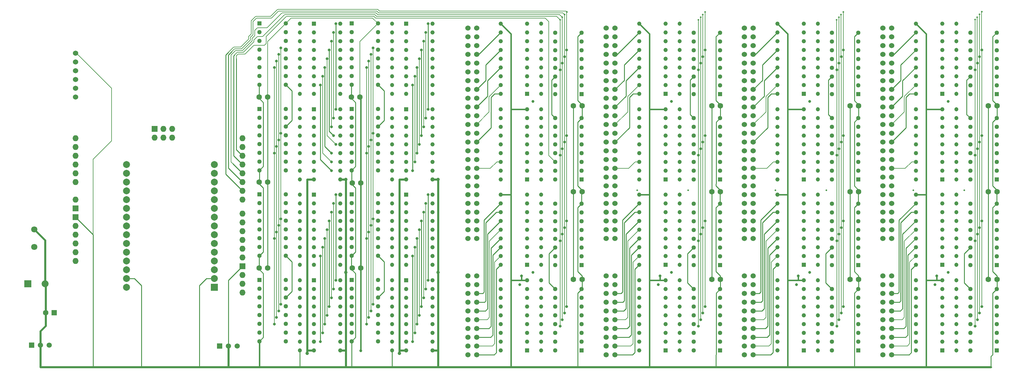
<source format=gbl>
%TF.GenerationSoftware,KiCad,Pcbnew,(7.0.0)*%
%TF.CreationDate,2023-03-13T22:40:24-04:00*%
%TF.ProjectId,luminator,6c756d69-6e61-4746-9f72-2e6b69636164,rev?*%
%TF.SameCoordinates,Original*%
%TF.FileFunction,Copper,L4,Bot*%
%TF.FilePolarity,Positive*%
%FSLAX46Y46*%
G04 Gerber Fmt 4.6, Leading zero omitted, Abs format (unit mm)*
G04 Created by KiCad (PCBNEW (7.0.0)) date 2023-03-13 22:40:24*
%MOMM*%
%LPD*%
G01*
G04 APERTURE LIST*
%TA.AperFunction,ComponentPad*%
%ADD10C,1.600000*%
%TD*%
%TA.AperFunction,ComponentPad*%
%ADD11R,1.295400X1.295400*%
%TD*%
%TA.AperFunction,ComponentPad*%
%ADD12C,1.295400*%
%TD*%
%TA.AperFunction,ComponentPad*%
%ADD13R,1.227074X1.227074*%
%TD*%
%TA.AperFunction,ComponentPad*%
%ADD14C,1.227074*%
%TD*%
%TA.AperFunction,ComponentPad*%
%ADD15R,1.600000X1.600000*%
%TD*%
%TA.AperFunction,ComponentPad*%
%ADD16C,1.200000*%
%TD*%
%TA.AperFunction,ComponentPad*%
%ADD17C,1.498600*%
%TD*%
%TA.AperFunction,ComponentPad*%
%ADD18C,1.524000*%
%TD*%
%TA.AperFunction,ComponentPad*%
%ADD19R,2.000000X2.000000*%
%TD*%
%TA.AperFunction,ComponentPad*%
%ADD20C,2.000000*%
%TD*%
%TA.AperFunction,ComponentPad*%
%ADD21R,1.508000X1.508000*%
%TD*%
%TA.AperFunction,ComponentPad*%
%ADD22C,1.508000*%
%TD*%
%TA.AperFunction,ComponentPad*%
%ADD23C,1.803400*%
%TD*%
%TA.AperFunction,ComponentPad*%
%ADD24O,1.727200X1.727200*%
%TD*%
%TA.AperFunction,ComponentPad*%
%ADD25R,1.727200X1.727200*%
%TD*%
%TA.AperFunction,ViaPad*%
%ADD26C,0.800000*%
%TD*%
%TA.AperFunction,ViaPad*%
%ADD27C,1.000000*%
%TD*%
%TA.AperFunction,ViaPad*%
%ADD28C,0.500000*%
%TD*%
%TA.AperFunction,Conductor*%
%ADD29C,0.250000*%
%TD*%
%TA.AperFunction,Conductor*%
%ADD30C,0.200000*%
%TD*%
%TA.AperFunction,Conductor*%
%ADD31C,0.400000*%
%TD*%
%TA.AperFunction,Conductor*%
%ADD32C,0.600000*%
%TD*%
G04 APERTURE END LIST*
D10*
X240538000Y-98806000D03*
X238038000Y-98806000D03*
D11*
X133921499Y-74231499D03*
D12*
X133921500Y-76771500D03*
X133921500Y-79311500D03*
X133921500Y-81851500D03*
X133921500Y-84391500D03*
X133921500Y-86931500D03*
X133921500Y-89471500D03*
X133921500Y-92011500D03*
X141541500Y-92011500D03*
X141541500Y-89471500D03*
X141541500Y-86931500D03*
X141541500Y-84391500D03*
X141541500Y-81851500D03*
X141541500Y-79311500D03*
X141541500Y-76771500D03*
X141541500Y-74231500D03*
D13*
X224682999Y-45084999D03*
D14*
X224683000Y-42545000D03*
X224683000Y-40005000D03*
X224683000Y-37465000D03*
X224683000Y-34925000D03*
X224683000Y-32385000D03*
X224683000Y-29845000D03*
X224683000Y-27305000D03*
X224683000Y-24765000D03*
X217063000Y-24765000D03*
X217063000Y-27305000D03*
X217063000Y-29845000D03*
X217063000Y-32385000D03*
X217063000Y-34925000D03*
X217063000Y-37465000D03*
X217063000Y-40005000D03*
X217063000Y-42545000D03*
X217063000Y-45085000D03*
D11*
X320428299Y-119443499D03*
D12*
X320428300Y-116903500D03*
X320428300Y-114363500D03*
X320428300Y-111823500D03*
X320428300Y-109283500D03*
X320428300Y-106743500D03*
X320428300Y-104203500D03*
X320428300Y-101663500D03*
X312808300Y-101663500D03*
X312808300Y-104203500D03*
X312808300Y-106743500D03*
X312808300Y-109283500D03*
X312808300Y-111823500D03*
X312808300Y-114363500D03*
X312808300Y-116903500D03*
X312808300Y-119443500D03*
D10*
X200533000Y-73406000D03*
X198033000Y-73406000D03*
D15*
X47941112Y-108457999D03*
D10*
X45441113Y-108458000D03*
X240538000Y-73406000D03*
X238038000Y-73406000D03*
D13*
X224682999Y-119379999D03*
D14*
X224683000Y-116840000D03*
X224683000Y-114300000D03*
X224683000Y-111760000D03*
X224683000Y-109220000D03*
X224683000Y-106680000D03*
X224683000Y-104140000D03*
X224683000Y-101600000D03*
X224683000Y-99060000D03*
X217063000Y-99060000D03*
X217063000Y-101600000D03*
X217063000Y-104140000D03*
X217063000Y-106680000D03*
X217063000Y-109220000D03*
X217063000Y-111760000D03*
X217063000Y-114300000D03*
X217063000Y-116840000D03*
X217063000Y-119380000D03*
D16*
X228747000Y-99060000D03*
X228747000Y-101600000D03*
X228747000Y-104140000D03*
X228747000Y-106680000D03*
X228747000Y-109220000D03*
X228747000Y-111760000D03*
X228747000Y-114300000D03*
X228747000Y-116840000D03*
X228747000Y-119380000D03*
D17*
X290055300Y-120650000D03*
X287515300Y-120650000D03*
X290055300Y-118110000D03*
X287515300Y-118110000D03*
X290055300Y-115570000D03*
X287515300Y-115570000D03*
X290055300Y-113030000D03*
X287515300Y-113030000D03*
X290055300Y-110490000D03*
X287515300Y-110490000D03*
X290055300Y-107950000D03*
X287515300Y-107950000D03*
X290055300Y-105410000D03*
X287515300Y-105410000D03*
X290055300Y-102870000D03*
X287515300Y-102870000D03*
X290055300Y-100330000D03*
X287515300Y-100330000D03*
X290055300Y-97790000D03*
X287515300Y-97790000D03*
D10*
X107144500Y-70612000D03*
X109644500Y-70612000D03*
D16*
X118935500Y-119380000D03*
X118935500Y-116840000D03*
X118935500Y-114300000D03*
X118935500Y-111760000D03*
X118935500Y-109220000D03*
X118935500Y-106680000D03*
X118935500Y-104140000D03*
X118935500Y-101600000D03*
X118935500Y-99060000D03*
D18*
X250050300Y-86995000D03*
X247510300Y-86995000D03*
X250050300Y-84455000D03*
X247510300Y-84455000D03*
X250050300Y-81915000D03*
X247510300Y-81915000D03*
X250050300Y-79375000D03*
X247510300Y-79375000D03*
X250050300Y-76835000D03*
X247510300Y-76835000D03*
X250050300Y-74295000D03*
X247510300Y-74295000D03*
X250050300Y-71755000D03*
X247510300Y-71755000D03*
X250050300Y-69215000D03*
X247510300Y-69215000D03*
X250050300Y-66675000D03*
X247510300Y-66675000D03*
X250050300Y-64135000D03*
X247510300Y-64135000D03*
X250050300Y-61595000D03*
X247510300Y-61595000D03*
X250050300Y-59055000D03*
X247510300Y-59055000D03*
X250050300Y-56515000D03*
X247510300Y-56515000D03*
X250050300Y-53975000D03*
X247510300Y-53975000D03*
X250050300Y-51435000D03*
X247510300Y-51435000D03*
X250050300Y-48895000D03*
X247510300Y-48895000D03*
X250050300Y-46355000D03*
X247510300Y-46355000D03*
X250050300Y-43815000D03*
X247510300Y-43815000D03*
X250050300Y-41275000D03*
X247510300Y-41275000D03*
X250050300Y-38735000D03*
X247510300Y-38735000D03*
X250050300Y-36195000D03*
X247510300Y-36195000D03*
X250050300Y-33655000D03*
X247510300Y-33655000D03*
X250050300Y-31115000D03*
X247510300Y-31115000D03*
X250050300Y-28575000D03*
X247510300Y-28575000D03*
X250050300Y-26035000D03*
X247510300Y-26035000D03*
D17*
X210058000Y-120650000D03*
X207518000Y-120650000D03*
X210058000Y-118110000D03*
X207518000Y-118110000D03*
X210058000Y-115570000D03*
X207518000Y-115570000D03*
X210058000Y-113030000D03*
X207518000Y-113030000D03*
X210058000Y-110490000D03*
X207518000Y-110490000D03*
X210058000Y-107950000D03*
X207518000Y-107950000D03*
X210058000Y-105410000D03*
X207518000Y-105410000D03*
X210058000Y-102870000D03*
X207518000Y-102870000D03*
X210058000Y-100330000D03*
X207518000Y-100330000D03*
X210058000Y-97790000D03*
X207518000Y-97790000D03*
D11*
X200425999Y-45148499D03*
D12*
X200426000Y-42608500D03*
X200426000Y-40068500D03*
X200426000Y-37528500D03*
X200426000Y-34988500D03*
X200426000Y-32448500D03*
X200426000Y-29908500D03*
X200426000Y-27368500D03*
X192806000Y-27368500D03*
X192806000Y-29908500D03*
X192806000Y-32448500D03*
X192806000Y-34988500D03*
X192806000Y-37528500D03*
X192806000Y-40068500D03*
X192806000Y-42608500D03*
X192806000Y-45148500D03*
D11*
X280423299Y-119443499D03*
D12*
X280423300Y-116903500D03*
X280423300Y-114363500D03*
X280423300Y-111823500D03*
X280423300Y-109283500D03*
X280423300Y-106743500D03*
X280423300Y-104203500D03*
X280423300Y-101663500D03*
X272803300Y-101663500D03*
X272803300Y-104203500D03*
X272803300Y-106743500D03*
X272803300Y-109283500D03*
X272803300Y-111823500D03*
X272803300Y-114363500D03*
X272803300Y-116903500D03*
X272803300Y-119443500D03*
D16*
X268739300Y-24765000D03*
X268739300Y-27305000D03*
X268739300Y-29845000D03*
X268739300Y-32385000D03*
X268739300Y-34925000D03*
X268739300Y-37465000D03*
X268739300Y-40005000D03*
X268739300Y-42545000D03*
X268739300Y-45085000D03*
D10*
X133814500Y-45974000D03*
X136314500Y-45974000D03*
D11*
X280423299Y-45148499D03*
D12*
X280423300Y-42608500D03*
X280423300Y-40068500D03*
X280423300Y-37528500D03*
X280423300Y-34988500D03*
X280423300Y-32448500D03*
X280423300Y-29908500D03*
X280423300Y-27368500D03*
X272803300Y-27368500D03*
X272803300Y-29908500D03*
X272803300Y-32448500D03*
X272803300Y-34988500D03*
X272803300Y-37528500D03*
X272803300Y-40068500D03*
X272803300Y-42608500D03*
X272803300Y-45148500D03*
D10*
X240538000Y-48514000D03*
X238038000Y-48514000D03*
D13*
X122999499Y-74294999D03*
D14*
X122999500Y-76835000D03*
X122999500Y-79375000D03*
X122999500Y-81915000D03*
X122999500Y-84455000D03*
X122999500Y-86995000D03*
X122999500Y-89535000D03*
X122999500Y-92075000D03*
X122999500Y-94615000D03*
X130619500Y-94615000D03*
X130619500Y-92075000D03*
X130619500Y-89535000D03*
X130619500Y-86995000D03*
X130619500Y-84455000D03*
X130619500Y-81915000D03*
X130619500Y-79375000D03*
X130619500Y-76835000D03*
X130619500Y-74295000D03*
D13*
X304680299Y-119379999D03*
D14*
X304680300Y-116840000D03*
X304680300Y-114300000D03*
X304680300Y-111760000D03*
X304680300Y-109220000D03*
X304680300Y-106680000D03*
X304680300Y-104140000D03*
X304680300Y-101600000D03*
X304680300Y-99060000D03*
X297060300Y-99060000D03*
X297060300Y-101600000D03*
X297060300Y-104140000D03*
X297060300Y-106680000D03*
X297060300Y-109220000D03*
X297060300Y-111760000D03*
X297060300Y-114300000D03*
X297060300Y-116840000D03*
X297060300Y-119380000D03*
D13*
X304680299Y-69849999D03*
D14*
X304680300Y-67310000D03*
X304680300Y-64770000D03*
X304680300Y-62230000D03*
X304680300Y-59690000D03*
X304680300Y-57150000D03*
X304680300Y-54610000D03*
X304680300Y-52070000D03*
X304680300Y-49530000D03*
X297060300Y-49530000D03*
X297060300Y-52070000D03*
X297060300Y-54610000D03*
X297060300Y-57150000D03*
X297060300Y-59690000D03*
X297060300Y-62230000D03*
X297060300Y-64770000D03*
X297060300Y-67310000D03*
X297060300Y-69850000D03*
D10*
X200533000Y-98806000D03*
X198033000Y-98806000D03*
D17*
X250050300Y-120650000D03*
X247510300Y-120650000D03*
X250050300Y-118110000D03*
X247510300Y-118110000D03*
X250050300Y-115570000D03*
X247510300Y-115570000D03*
X250050300Y-113030000D03*
X247510300Y-113030000D03*
X250050300Y-110490000D03*
X247510300Y-110490000D03*
X250050300Y-107950000D03*
X247510300Y-107950000D03*
X250050300Y-105410000D03*
X247510300Y-105410000D03*
X250050300Y-102870000D03*
X247510300Y-102870000D03*
X250050300Y-100330000D03*
X247510300Y-100330000D03*
X250050300Y-97790000D03*
X247510300Y-97790000D03*
D10*
X280530300Y-73406000D03*
X278030300Y-73406000D03*
D11*
X240430999Y-69913499D03*
D12*
X240431000Y-67373500D03*
X240431000Y-64833500D03*
X240431000Y-62293500D03*
X240431000Y-59753500D03*
X240431000Y-57213500D03*
X240431000Y-54673500D03*
X240431000Y-52133500D03*
X232811000Y-52133500D03*
X232811000Y-54673500D03*
X232811000Y-57213500D03*
X232811000Y-59753500D03*
X232811000Y-62293500D03*
X232811000Y-64833500D03*
X232811000Y-67373500D03*
X232811000Y-69913500D03*
D16*
X268739300Y-99060000D03*
X268739300Y-101600000D03*
X268739300Y-104140000D03*
X268739300Y-106680000D03*
X268739300Y-109220000D03*
X268739300Y-111760000D03*
X268739300Y-114300000D03*
X268739300Y-116840000D03*
X268739300Y-119380000D03*
X308744300Y-49530000D03*
X308744300Y-52070000D03*
X308744300Y-54610000D03*
X308744300Y-57150000D03*
X308744300Y-59690000D03*
X308744300Y-62230000D03*
X308744300Y-64770000D03*
X308744300Y-67310000D03*
X308744300Y-69850000D03*
D13*
X149669499Y-49529999D03*
D14*
X149669500Y-52070000D03*
X149669500Y-54610000D03*
X149669500Y-57150000D03*
X149669500Y-59690000D03*
X149669500Y-62230000D03*
X149669500Y-64770000D03*
X149669500Y-67310000D03*
X149669500Y-69850000D03*
X157289500Y-69850000D03*
X157289500Y-67310000D03*
X157289500Y-64770000D03*
X157289500Y-62230000D03*
X157289500Y-59690000D03*
X157289500Y-57150000D03*
X157289500Y-54610000D03*
X157289500Y-52070000D03*
X157289500Y-49530000D03*
D11*
X107251499Y-98996499D03*
D12*
X107251500Y-101536500D03*
X107251500Y-104076500D03*
X107251500Y-106616500D03*
X107251500Y-109156500D03*
X107251500Y-111696500D03*
X107251500Y-114236500D03*
X107251500Y-116776500D03*
X114871500Y-116776500D03*
X114871500Y-114236500D03*
X114871500Y-111696500D03*
X114871500Y-109156500D03*
X114871500Y-106616500D03*
X114871500Y-104076500D03*
X114871500Y-101536500D03*
X114871500Y-98996500D03*
D11*
X200425999Y-69913499D03*
D12*
X200426000Y-67373500D03*
X200426000Y-64833500D03*
X200426000Y-62293500D03*
X200426000Y-59753500D03*
X200426000Y-57213500D03*
X200426000Y-54673500D03*
X200426000Y-52133500D03*
X192806000Y-52133500D03*
X192806000Y-54673500D03*
X192806000Y-57213500D03*
X192806000Y-59753500D03*
X192806000Y-62293500D03*
X192806000Y-64833500D03*
X192806000Y-67373500D03*
X192806000Y-69913500D03*
D19*
X94233999Y-101112999D03*
D20*
X94234000Y-98573000D03*
X94234000Y-96033000D03*
X94234000Y-93493000D03*
X94234000Y-90953000D03*
X94234000Y-88413000D03*
X94234000Y-85873000D03*
X94234000Y-83333000D03*
X94234000Y-80793000D03*
X94234000Y-78253000D03*
X94234000Y-75713000D03*
X94234000Y-73173000D03*
X94234000Y-70633000D03*
X94234000Y-68093000D03*
X94234000Y-65553000D03*
X68834000Y-65553000D03*
X68834000Y-68093000D03*
X68834000Y-70633000D03*
X68834000Y-73173000D03*
X68834000Y-75713000D03*
X68834000Y-78253000D03*
X68834000Y-80793000D03*
X68834000Y-83333000D03*
X68834000Y-85873000D03*
X68834000Y-88413000D03*
X68834000Y-90953000D03*
X68834000Y-93493000D03*
X68834000Y-96033000D03*
X68834000Y-98573000D03*
X68834000Y-101113000D03*
D13*
X122999499Y-49529999D03*
D14*
X122999500Y-52070000D03*
X122999500Y-54610000D03*
X122999500Y-57150000D03*
X122999500Y-59690000D03*
X122999500Y-62230000D03*
X122999500Y-64770000D03*
X122999500Y-67310000D03*
X122999500Y-69850000D03*
X130619500Y-69850000D03*
X130619500Y-67310000D03*
X130619500Y-64770000D03*
X130619500Y-62230000D03*
X130619500Y-59690000D03*
X130619500Y-57150000D03*
X130619500Y-54610000D03*
X130619500Y-52070000D03*
X130619500Y-49530000D03*
D11*
X240430999Y-45148499D03*
D12*
X240431000Y-42608500D03*
X240431000Y-40068500D03*
X240431000Y-37528500D03*
X240431000Y-34988500D03*
X240431000Y-32448500D03*
X240431000Y-29908500D03*
X240431000Y-27368500D03*
X232811000Y-27368500D03*
X232811000Y-29908500D03*
X232811000Y-32448500D03*
X232811000Y-34988500D03*
X232811000Y-37528500D03*
X232811000Y-40068500D03*
X232811000Y-42608500D03*
X232811000Y-45148500D03*
D11*
X133921499Y-24701499D03*
D12*
X133921500Y-27241500D03*
X133921500Y-29781500D03*
X133921500Y-32321500D03*
X133921500Y-34861500D03*
X133921500Y-37401500D03*
X133921500Y-39941500D03*
X133921500Y-42481500D03*
X141541500Y-42481500D03*
X141541500Y-39941500D03*
X141541500Y-37401500D03*
X141541500Y-34861500D03*
X141541500Y-32321500D03*
X141541500Y-29781500D03*
X141541500Y-27241500D03*
X141541500Y-24701500D03*
D16*
X188742000Y-99060000D03*
X188742000Y-101600000D03*
X188742000Y-104140000D03*
X188742000Y-106680000D03*
X188742000Y-109220000D03*
X188742000Y-111760000D03*
X188742000Y-114300000D03*
X188742000Y-116840000D03*
X188742000Y-119380000D03*
X188742000Y-74295000D03*
X188742000Y-76835000D03*
X188742000Y-79375000D03*
X188742000Y-81915000D03*
X188742000Y-84455000D03*
X188742000Y-86995000D03*
X188742000Y-89535000D03*
X188742000Y-92075000D03*
X188742000Y-94615000D03*
X145605500Y-45085000D03*
X145605500Y-42545000D03*
X145605500Y-40005000D03*
X145605500Y-37465000D03*
X145605500Y-34925000D03*
X145605500Y-32385000D03*
X145605500Y-29845000D03*
X145605500Y-27305000D03*
X145605500Y-24765000D03*
X145605500Y-119380000D03*
X145605500Y-116840000D03*
X145605500Y-114300000D03*
X145605500Y-111760000D03*
X145605500Y-109220000D03*
X145605500Y-106680000D03*
X145605500Y-104140000D03*
X145605500Y-101600000D03*
X145605500Y-99060000D03*
D10*
X320535300Y-98806000D03*
X318035300Y-98806000D03*
D16*
X228747000Y-24765000D03*
X228747000Y-27305000D03*
X228747000Y-29845000D03*
X228747000Y-32385000D03*
X228747000Y-34925000D03*
X228747000Y-37465000D03*
X228747000Y-40005000D03*
X228747000Y-42545000D03*
X228747000Y-45085000D03*
D13*
X149669499Y-24764999D03*
D14*
X149669500Y-27305000D03*
X149669500Y-29845000D03*
X149669500Y-32385000D03*
X149669500Y-34925000D03*
X149669500Y-37465000D03*
X149669500Y-40005000D03*
X149669500Y-42545000D03*
X149669500Y-45085000D03*
X157289500Y-45085000D03*
X157289500Y-42545000D03*
X157289500Y-40005000D03*
X157289500Y-37465000D03*
X157289500Y-34925000D03*
X157289500Y-32385000D03*
X157289500Y-29845000D03*
X157289500Y-27305000D03*
X157289500Y-24765000D03*
D13*
X264675299Y-69849999D03*
D14*
X264675300Y-67310000D03*
X264675300Y-64770000D03*
X264675300Y-62230000D03*
X264675300Y-59690000D03*
X264675300Y-57150000D03*
X264675300Y-54610000D03*
X264675300Y-52070000D03*
X264675300Y-49530000D03*
X257055300Y-49530000D03*
X257055300Y-52070000D03*
X257055300Y-54610000D03*
X257055300Y-57150000D03*
X257055300Y-59690000D03*
X257055300Y-62230000D03*
X257055300Y-64770000D03*
X257055300Y-67310000D03*
X257055300Y-69850000D03*
D13*
X184677999Y-94614999D03*
D14*
X184678000Y-92075000D03*
X184678000Y-89535000D03*
X184678000Y-86995000D03*
X184678000Y-84455000D03*
X184678000Y-81915000D03*
X184678000Y-79375000D03*
X184678000Y-76835000D03*
X184678000Y-74295000D03*
X177058000Y-74295000D03*
X177058000Y-76835000D03*
X177058000Y-79375000D03*
X177058000Y-81915000D03*
X177058000Y-84455000D03*
X177058000Y-86995000D03*
X177058000Y-89535000D03*
X177058000Y-92075000D03*
X177058000Y-94615000D03*
D10*
X134068500Y-70866000D03*
X136568500Y-70866000D03*
D11*
X240430999Y-119443499D03*
D12*
X240431000Y-116903500D03*
X240431000Y-114363500D03*
X240431000Y-111823500D03*
X240431000Y-109283500D03*
X240431000Y-106743500D03*
X240431000Y-104203500D03*
X240431000Y-101663500D03*
X232811000Y-101663500D03*
X232811000Y-104203500D03*
X232811000Y-106743500D03*
X232811000Y-109283500D03*
X232811000Y-111823500D03*
X232811000Y-114363500D03*
X232811000Y-116903500D03*
X232811000Y-119443500D03*
D13*
X149669499Y-99059999D03*
D14*
X149669500Y-101600000D03*
X149669500Y-104140000D03*
X149669500Y-106680000D03*
X149669500Y-109220000D03*
X149669500Y-111760000D03*
X149669500Y-114300000D03*
X149669500Y-116840000D03*
X149669500Y-119380000D03*
X157289500Y-119380000D03*
X157289500Y-116840000D03*
X157289500Y-114300000D03*
X157289500Y-111760000D03*
X157289500Y-109220000D03*
X157289500Y-106680000D03*
X157289500Y-104140000D03*
X157289500Y-101600000D03*
X157289500Y-99060000D03*
D18*
X210058000Y-86995000D03*
X207518000Y-86995000D03*
X210058000Y-84455000D03*
X207518000Y-84455000D03*
X210058000Y-81915000D03*
X207518000Y-81915000D03*
X210058000Y-79375000D03*
X207518000Y-79375000D03*
X210058000Y-76835000D03*
X207518000Y-76835000D03*
X210058000Y-74295000D03*
X207518000Y-74295000D03*
X210058000Y-71755000D03*
X207518000Y-71755000D03*
X210058000Y-69215000D03*
X207518000Y-69215000D03*
X210058000Y-66675000D03*
X207518000Y-66675000D03*
X210058000Y-64135000D03*
X207518000Y-64135000D03*
X210058000Y-61595000D03*
X207518000Y-61595000D03*
X210058000Y-59055000D03*
X207518000Y-59055000D03*
X210058000Y-56515000D03*
X207518000Y-56515000D03*
X210058000Y-53975000D03*
X207518000Y-53975000D03*
X210058000Y-51435000D03*
X207518000Y-51435000D03*
X210058000Y-48895000D03*
X207518000Y-48895000D03*
X210058000Y-46355000D03*
X207518000Y-46355000D03*
X210058000Y-43815000D03*
X207518000Y-43815000D03*
X210058000Y-41275000D03*
X207518000Y-41275000D03*
X210058000Y-38735000D03*
X207518000Y-38735000D03*
X210058000Y-36195000D03*
X207518000Y-36195000D03*
X210058000Y-33655000D03*
X207518000Y-33655000D03*
X210058000Y-31115000D03*
X207518000Y-31115000D03*
X210058000Y-28575000D03*
X207518000Y-28575000D03*
X210058000Y-26035000D03*
X207518000Y-26035000D03*
D13*
X264675299Y-45084999D03*
D14*
X264675300Y-42545000D03*
X264675300Y-40005000D03*
X264675300Y-37465000D03*
X264675300Y-34925000D03*
X264675300Y-32385000D03*
X264675300Y-29845000D03*
X264675300Y-27305000D03*
X264675300Y-24765000D03*
X257055300Y-24765000D03*
X257055300Y-27305000D03*
X257055300Y-29845000D03*
X257055300Y-32385000D03*
X257055300Y-34925000D03*
X257055300Y-37465000D03*
X257055300Y-40005000D03*
X257055300Y-42545000D03*
X257055300Y-45085000D03*
D13*
X184677999Y-119379999D03*
D14*
X184678000Y-116840000D03*
X184678000Y-114300000D03*
X184678000Y-111760000D03*
X184678000Y-109220000D03*
X184678000Y-106680000D03*
X184678000Y-104140000D03*
X184678000Y-101600000D03*
X184678000Y-99060000D03*
X177058000Y-99060000D03*
X177058000Y-101600000D03*
X177058000Y-104140000D03*
X177058000Y-106680000D03*
X177058000Y-109220000D03*
X177058000Y-111760000D03*
X177058000Y-114300000D03*
X177058000Y-116840000D03*
X177058000Y-119380000D03*
D11*
X320428299Y-45148499D03*
D12*
X320428300Y-42608500D03*
X320428300Y-40068500D03*
X320428300Y-37528500D03*
X320428300Y-34988500D03*
X320428300Y-32448500D03*
X320428300Y-29908500D03*
X320428300Y-27368500D03*
X312808300Y-27368500D03*
X312808300Y-29908500D03*
X312808300Y-32448500D03*
X312808300Y-34988500D03*
X312808300Y-37528500D03*
X312808300Y-40068500D03*
X312808300Y-42608500D03*
X312808300Y-45148500D03*
D10*
X107144500Y-45974000D03*
X109644500Y-45974000D03*
D21*
X41401999Y-117855999D03*
D22*
X43942000Y-117856000D03*
X46482000Y-117856000D03*
D16*
X308744300Y-24765000D03*
X308744300Y-27305000D03*
X308744300Y-29845000D03*
X308744300Y-32385000D03*
X308744300Y-34925000D03*
X308744300Y-37465000D03*
X308744300Y-40005000D03*
X308744300Y-42545000D03*
X308744300Y-45085000D03*
D13*
X149669499Y-74294999D03*
D14*
X149669500Y-76835000D03*
X149669500Y-79375000D03*
X149669500Y-81915000D03*
X149669500Y-84455000D03*
X149669500Y-86995000D03*
X149669500Y-89535000D03*
X149669500Y-92075000D03*
X149669500Y-94615000D03*
X157289500Y-94615000D03*
X157289500Y-92075000D03*
X157289500Y-89535000D03*
X157289500Y-86995000D03*
X157289500Y-84455000D03*
X157289500Y-81915000D03*
X157289500Y-79375000D03*
X157289500Y-76835000D03*
X157289500Y-74295000D03*
D10*
X280530300Y-48514000D03*
X278030300Y-48514000D03*
D23*
X42164000Y-84328000D03*
X42164000Y-89408000D03*
D13*
X224682999Y-94614999D03*
D14*
X224683000Y-92075000D03*
X224683000Y-89535000D03*
X224683000Y-86995000D03*
X224683000Y-84455000D03*
X224683000Y-81915000D03*
X224683000Y-79375000D03*
X224683000Y-76835000D03*
X224683000Y-74295000D03*
X217063000Y-74295000D03*
X217063000Y-76835000D03*
X217063000Y-79375000D03*
X217063000Y-81915000D03*
X217063000Y-84455000D03*
X217063000Y-86995000D03*
X217063000Y-89535000D03*
X217063000Y-92075000D03*
X217063000Y-94615000D03*
D11*
X133921499Y-49466499D03*
D12*
X133921500Y-52006500D03*
X133921500Y-54546500D03*
X133921500Y-57086500D03*
X133921500Y-59626500D03*
X133921500Y-62166500D03*
X133921500Y-64706500D03*
X133921500Y-67246500D03*
X141541500Y-67246500D03*
X141541500Y-64706500D03*
X141541500Y-62166500D03*
X141541500Y-59626500D03*
X141541500Y-57086500D03*
X141541500Y-54546500D03*
X141541500Y-52006500D03*
X141541500Y-49466500D03*
D11*
X200425999Y-94678499D03*
D12*
X200426000Y-92138500D03*
X200426000Y-89598500D03*
X200426000Y-87058500D03*
X200426000Y-84518500D03*
X200426000Y-81978500D03*
X200426000Y-79438500D03*
X200426000Y-76898500D03*
X192806000Y-76898500D03*
X192806000Y-79438500D03*
X192806000Y-81978500D03*
X192806000Y-84518500D03*
X192806000Y-87058500D03*
X192806000Y-89598500D03*
X192806000Y-92138500D03*
X192806000Y-94678500D03*
D10*
X280530300Y-98806000D03*
X278030300Y-98806000D03*
D18*
X290055300Y-86995000D03*
X287515300Y-86995000D03*
X290055300Y-84455000D03*
X287515300Y-84455000D03*
X290055300Y-81915000D03*
X287515300Y-81915000D03*
X290055300Y-79375000D03*
X287515300Y-79375000D03*
X290055300Y-76835000D03*
X287515300Y-76835000D03*
X290055300Y-74295000D03*
X287515300Y-74295000D03*
X290055300Y-71755000D03*
X287515300Y-71755000D03*
X290055300Y-69215000D03*
X287515300Y-69215000D03*
X290055300Y-66675000D03*
X287515300Y-66675000D03*
X290055300Y-64135000D03*
X287515300Y-64135000D03*
X290055300Y-61595000D03*
X287515300Y-61595000D03*
X290055300Y-59055000D03*
X287515300Y-59055000D03*
X290055300Y-56515000D03*
X287515300Y-56515000D03*
X290055300Y-53975000D03*
X287515300Y-53975000D03*
X290055300Y-51435000D03*
X287515300Y-51435000D03*
X290055300Y-48895000D03*
X287515300Y-48895000D03*
X290055300Y-46355000D03*
X287515300Y-46355000D03*
X290055300Y-43815000D03*
X287515300Y-43815000D03*
X290055300Y-41275000D03*
X287515300Y-41275000D03*
X290055300Y-38735000D03*
X287515300Y-38735000D03*
X290055300Y-36195000D03*
X287515300Y-36195000D03*
X290055300Y-33655000D03*
X287515300Y-33655000D03*
X290055300Y-31115000D03*
X287515300Y-31115000D03*
X290055300Y-28575000D03*
X287515300Y-28575000D03*
X290055300Y-26035000D03*
X287515300Y-26035000D03*
D11*
X280423299Y-94678499D03*
D12*
X280423300Y-92138500D03*
X280423300Y-89598500D03*
X280423300Y-87058500D03*
X280423300Y-84518500D03*
X280423300Y-81978500D03*
X280423300Y-79438500D03*
X280423300Y-76898500D03*
X272803300Y-76898500D03*
X272803300Y-79438500D03*
X272803300Y-81978500D03*
X272803300Y-84518500D03*
X272803300Y-87058500D03*
X272803300Y-89598500D03*
X272803300Y-92138500D03*
X272803300Y-94678500D03*
D16*
X228747000Y-74295000D03*
X228747000Y-76835000D03*
X228747000Y-79375000D03*
X228747000Y-81915000D03*
X228747000Y-84455000D03*
X228747000Y-86995000D03*
X228747000Y-89535000D03*
X228747000Y-92075000D03*
X228747000Y-94615000D03*
D11*
X320428299Y-69913499D03*
D12*
X320428300Y-67373500D03*
X320428300Y-64833500D03*
X320428300Y-62293500D03*
X320428300Y-59753500D03*
X320428300Y-57213500D03*
X320428300Y-54673500D03*
X320428300Y-52133500D03*
X312808300Y-52133500D03*
X312808300Y-54673500D03*
X312808300Y-57213500D03*
X312808300Y-59753500D03*
X312808300Y-62293500D03*
X312808300Y-64833500D03*
X312808300Y-67373500D03*
X312808300Y-69913500D03*
D10*
X320535300Y-73406000D03*
X318035300Y-73406000D03*
X320535300Y-48514000D03*
X318035300Y-48514000D03*
D13*
X224682999Y-69849999D03*
D14*
X224683000Y-67310000D03*
X224683000Y-64770000D03*
X224683000Y-62230000D03*
X224683000Y-59690000D03*
X224683000Y-57150000D03*
X224683000Y-54610000D03*
X224683000Y-52070000D03*
X224683000Y-49530000D03*
X217063000Y-49530000D03*
X217063000Y-52070000D03*
X217063000Y-54610000D03*
X217063000Y-57150000D03*
X217063000Y-59690000D03*
X217063000Y-62230000D03*
X217063000Y-64770000D03*
X217063000Y-67310000D03*
X217063000Y-69850000D03*
D16*
X118935500Y-45085000D03*
X118935500Y-42545000D03*
X118935500Y-40005000D03*
X118935500Y-37465000D03*
X118935500Y-34925000D03*
X118935500Y-32385000D03*
X118935500Y-29845000D03*
X118935500Y-27305000D03*
X118935500Y-24765000D03*
D13*
X122999499Y-99059999D03*
D14*
X122999500Y-101600000D03*
X122999500Y-104140000D03*
X122999500Y-106680000D03*
X122999500Y-109220000D03*
X122999500Y-111760000D03*
X122999500Y-114300000D03*
X122999500Y-116840000D03*
X122999500Y-119380000D03*
X130619500Y-119380000D03*
X130619500Y-116840000D03*
X130619500Y-114300000D03*
X130619500Y-111760000D03*
X130619500Y-109220000D03*
X130619500Y-106680000D03*
X130619500Y-104140000D03*
X130619500Y-101600000D03*
X130619500Y-99060000D03*
D10*
X134068500Y-95504000D03*
X136568500Y-95504000D03*
D13*
X184677999Y-69849999D03*
D14*
X184678000Y-67310000D03*
X184678000Y-64770000D03*
X184678000Y-62230000D03*
X184678000Y-59690000D03*
X184678000Y-57150000D03*
X184678000Y-54610000D03*
X184678000Y-52070000D03*
X184678000Y-49530000D03*
X177058000Y-49530000D03*
X177058000Y-52070000D03*
X177058000Y-54610000D03*
X177058000Y-57150000D03*
X177058000Y-59690000D03*
X177058000Y-62230000D03*
X177058000Y-64770000D03*
X177058000Y-67310000D03*
X177058000Y-69850000D03*
D16*
X228747000Y-49530000D03*
X228747000Y-52070000D03*
X228747000Y-54610000D03*
X228747000Y-57150000D03*
X228747000Y-59690000D03*
X228747000Y-62230000D03*
X228747000Y-64770000D03*
X228747000Y-67310000D03*
X228747000Y-69850000D03*
D11*
X200425999Y-119443499D03*
D12*
X200426000Y-116903500D03*
X200426000Y-114363500D03*
X200426000Y-111823500D03*
X200426000Y-109283500D03*
X200426000Y-106743500D03*
X200426000Y-104203500D03*
X200426000Y-101663500D03*
X192806000Y-101663500D03*
X192806000Y-104203500D03*
X192806000Y-106743500D03*
X192806000Y-109283500D03*
X192806000Y-111823500D03*
X192806000Y-114363500D03*
X192806000Y-116903500D03*
X192806000Y-119443500D03*
D16*
X308744300Y-74295000D03*
X308744300Y-76835000D03*
X308744300Y-79375000D03*
X308744300Y-81915000D03*
X308744300Y-84455000D03*
X308744300Y-86995000D03*
X308744300Y-89535000D03*
X308744300Y-92075000D03*
X308744300Y-94615000D03*
D11*
X320428299Y-94678499D03*
D12*
X320428300Y-92138500D03*
X320428300Y-89598500D03*
X320428300Y-87058500D03*
X320428300Y-84518500D03*
X320428300Y-81978500D03*
X320428300Y-79438500D03*
X320428300Y-76898500D03*
X312808300Y-76898500D03*
X312808300Y-79438500D03*
X312808300Y-81978500D03*
X312808300Y-84518500D03*
X312808300Y-87058500D03*
X312808300Y-89598500D03*
X312808300Y-92138500D03*
X312808300Y-94678500D03*
D21*
X95757999Y-118109999D03*
D22*
X98298000Y-118110000D03*
X100838000Y-118110000D03*
D16*
X145605500Y-69850000D03*
X145605500Y-67310000D03*
X145605500Y-64770000D03*
X145605500Y-62230000D03*
X145605500Y-59690000D03*
X145605500Y-57150000D03*
X145605500Y-54610000D03*
X145605500Y-52070000D03*
X145605500Y-49530000D03*
D13*
X264675299Y-119379999D03*
D14*
X264675300Y-116840000D03*
X264675300Y-114300000D03*
X264675300Y-111760000D03*
X264675300Y-109220000D03*
X264675300Y-106680000D03*
X264675300Y-104140000D03*
X264675300Y-101600000D03*
X264675300Y-99060000D03*
X257055300Y-99060000D03*
X257055300Y-101600000D03*
X257055300Y-104140000D03*
X257055300Y-106680000D03*
X257055300Y-109220000D03*
X257055300Y-111760000D03*
X257055300Y-114300000D03*
X257055300Y-116840000D03*
X257055300Y-119380000D03*
D10*
X200533000Y-48514000D03*
X198033000Y-48514000D03*
D16*
X308744300Y-99060000D03*
X308744300Y-101600000D03*
X308744300Y-104140000D03*
X308744300Y-106680000D03*
X308744300Y-109220000D03*
X308744300Y-111760000D03*
X308744300Y-114300000D03*
X308744300Y-116840000D03*
X308744300Y-119380000D03*
D11*
X107251499Y-24701499D03*
D12*
X107251500Y-27241500D03*
X107251500Y-29781500D03*
X107251500Y-32321500D03*
X107251500Y-34861500D03*
X107251500Y-37401500D03*
X107251500Y-39941500D03*
X107251500Y-42481500D03*
X114871500Y-42481500D03*
X114871500Y-39941500D03*
X114871500Y-37401500D03*
X114871500Y-34861500D03*
X114871500Y-32321500D03*
X114871500Y-29781500D03*
X114871500Y-27241500D03*
X114871500Y-24701500D03*
D16*
X188742000Y-24765000D03*
X188742000Y-27305000D03*
X188742000Y-29845000D03*
X188742000Y-32385000D03*
X188742000Y-34925000D03*
X188742000Y-37465000D03*
X188742000Y-40005000D03*
X188742000Y-42545000D03*
X188742000Y-45085000D03*
D17*
X170053000Y-120650000D03*
X167513000Y-120650000D03*
X170053000Y-118110000D03*
X167513000Y-118110000D03*
X170053000Y-115570000D03*
X167513000Y-115570000D03*
X170053000Y-113030000D03*
X167513000Y-113030000D03*
X170053000Y-110490000D03*
X167513000Y-110490000D03*
X170053000Y-107950000D03*
X167513000Y-107950000D03*
X170053000Y-105410000D03*
X167513000Y-105410000D03*
X170053000Y-102870000D03*
X167513000Y-102870000D03*
X170053000Y-100330000D03*
X167513000Y-100330000D03*
X170053000Y-97790000D03*
X167513000Y-97790000D03*
D13*
X264675299Y-94614999D03*
D14*
X264675300Y-92075000D03*
X264675300Y-89535000D03*
X264675300Y-86995000D03*
X264675300Y-84455000D03*
X264675300Y-81915000D03*
X264675300Y-79375000D03*
X264675300Y-76835000D03*
X264675300Y-74295000D03*
X257055300Y-74295000D03*
X257055300Y-76835000D03*
X257055300Y-79375000D03*
X257055300Y-81915000D03*
X257055300Y-84455000D03*
X257055300Y-86995000D03*
X257055300Y-89535000D03*
X257055300Y-92075000D03*
X257055300Y-94615000D03*
D16*
X268739300Y-49530000D03*
X268739300Y-52070000D03*
X268739300Y-54610000D03*
X268739300Y-57150000D03*
X268739300Y-59690000D03*
X268739300Y-62230000D03*
X268739300Y-64770000D03*
X268739300Y-67310000D03*
X268739300Y-69850000D03*
D18*
X54102000Y-45974000D03*
X54102000Y-33274000D03*
X54102000Y-40894000D03*
X54102000Y-38354000D03*
X54102000Y-43434000D03*
X54102000Y-35814000D03*
D13*
X304680299Y-94614999D03*
D14*
X304680300Y-92075000D03*
X304680300Y-89535000D03*
X304680300Y-86995000D03*
X304680300Y-84455000D03*
X304680300Y-81915000D03*
X304680300Y-79375000D03*
X304680300Y-76835000D03*
X304680300Y-74295000D03*
X297060300Y-74295000D03*
X297060300Y-76835000D03*
X297060300Y-79375000D03*
X297060300Y-81915000D03*
X297060300Y-84455000D03*
X297060300Y-86995000D03*
X297060300Y-89535000D03*
X297060300Y-92075000D03*
X297060300Y-94615000D03*
D13*
X304680299Y-45084999D03*
D14*
X304680300Y-42545000D03*
X304680300Y-40005000D03*
X304680300Y-37465000D03*
X304680300Y-34925000D03*
X304680300Y-32385000D03*
X304680300Y-29845000D03*
X304680300Y-27305000D03*
X304680300Y-24765000D03*
X297060300Y-24765000D03*
X297060300Y-27305000D03*
X297060300Y-29845000D03*
X297060300Y-32385000D03*
X297060300Y-34925000D03*
X297060300Y-37465000D03*
X297060300Y-40005000D03*
X297060300Y-42545000D03*
X297060300Y-45085000D03*
D13*
X122999499Y-24764999D03*
D14*
X122999500Y-27305000D03*
X122999500Y-29845000D03*
X122999500Y-32385000D03*
X122999500Y-34925000D03*
X122999500Y-37465000D03*
X122999500Y-40005000D03*
X122999500Y-42545000D03*
X122999500Y-45085000D03*
X130619500Y-45085000D03*
X130619500Y-42545000D03*
X130619500Y-40005000D03*
X130619500Y-37465000D03*
X130619500Y-34925000D03*
X130619500Y-32385000D03*
X130619500Y-29845000D03*
X130619500Y-27305000D03*
X130619500Y-24765000D03*
D11*
X107251499Y-74231499D03*
D12*
X107251500Y-76771500D03*
X107251500Y-79311500D03*
X107251500Y-81851500D03*
X107251500Y-84391500D03*
X107251500Y-86931500D03*
X107251500Y-89471500D03*
X107251500Y-92011500D03*
X114871500Y-92011500D03*
X114871500Y-89471500D03*
X114871500Y-86931500D03*
X114871500Y-84391500D03*
X114871500Y-81851500D03*
X114871500Y-79311500D03*
X114871500Y-76771500D03*
X114871500Y-74231500D03*
D16*
X118935500Y-94615000D03*
X118935500Y-92075000D03*
X118935500Y-89535000D03*
X118935500Y-86995000D03*
X118935500Y-84455000D03*
X118935500Y-81915000D03*
X118935500Y-79375000D03*
X118935500Y-76835000D03*
X118935500Y-74295000D03*
D11*
X240430999Y-94678499D03*
D12*
X240431000Y-92138500D03*
X240431000Y-89598500D03*
X240431000Y-87058500D03*
X240431000Y-84518500D03*
X240431000Y-81978500D03*
X240431000Y-79438500D03*
X240431000Y-76898500D03*
X232811000Y-76898500D03*
X232811000Y-79438500D03*
X232811000Y-81978500D03*
X232811000Y-84518500D03*
X232811000Y-87058500D03*
X232811000Y-89598500D03*
X232811000Y-92138500D03*
X232811000Y-94678500D03*
D16*
X268739300Y-74295000D03*
X268739300Y-76835000D03*
X268739300Y-79375000D03*
X268739300Y-81915000D03*
X268739300Y-84455000D03*
X268739300Y-86995000D03*
X268739300Y-89535000D03*
X268739300Y-92075000D03*
X268739300Y-94615000D03*
X118935500Y-69850000D03*
X118935500Y-67310000D03*
X118935500Y-64770000D03*
X118935500Y-62230000D03*
X118935500Y-59690000D03*
X118935500Y-57150000D03*
X118935500Y-54610000D03*
X118935500Y-52070000D03*
X118935500Y-49530000D03*
D13*
X184677999Y-45084999D03*
D14*
X184678000Y-42545000D03*
X184678000Y-40005000D03*
X184678000Y-37465000D03*
X184678000Y-34925000D03*
X184678000Y-32385000D03*
X184678000Y-29845000D03*
X184678000Y-27305000D03*
X184678000Y-24765000D03*
X177058000Y-24765000D03*
X177058000Y-27305000D03*
X177058000Y-29845000D03*
X177058000Y-32385000D03*
X177058000Y-34925000D03*
X177058000Y-37465000D03*
X177058000Y-40005000D03*
X177058000Y-42545000D03*
X177058000Y-45085000D03*
D18*
X170053000Y-86995000D03*
X167513000Y-86995000D03*
X170053000Y-84455000D03*
X167513000Y-84455000D03*
X170053000Y-81915000D03*
X167513000Y-81915000D03*
X170053000Y-79375000D03*
X167513000Y-79375000D03*
X170053000Y-76835000D03*
X167513000Y-76835000D03*
X170053000Y-74295000D03*
X167513000Y-74295000D03*
X170053000Y-71755000D03*
X167513000Y-71755000D03*
X170053000Y-69215000D03*
X167513000Y-69215000D03*
X170053000Y-66675000D03*
X167513000Y-66675000D03*
X170053000Y-64135000D03*
X167513000Y-64135000D03*
X170053000Y-61595000D03*
X167513000Y-61595000D03*
X170053000Y-59055000D03*
X167513000Y-59055000D03*
X170053000Y-56515000D03*
X167513000Y-56515000D03*
X170053000Y-53975000D03*
X167513000Y-53975000D03*
X170053000Y-51435000D03*
X167513000Y-51435000D03*
X170053000Y-48895000D03*
X167513000Y-48895000D03*
X170053000Y-46355000D03*
X167513000Y-46355000D03*
X170053000Y-43815000D03*
X167513000Y-43815000D03*
X170053000Y-41275000D03*
X167513000Y-41275000D03*
X170053000Y-38735000D03*
X167513000Y-38735000D03*
X170053000Y-36195000D03*
X167513000Y-36195000D03*
X170053000Y-33655000D03*
X167513000Y-33655000D03*
X170053000Y-31115000D03*
X167513000Y-31115000D03*
X170053000Y-28575000D03*
X167513000Y-28575000D03*
X170053000Y-26035000D03*
X167513000Y-26035000D03*
D16*
X145605500Y-94615000D03*
X145605500Y-92075000D03*
X145605500Y-89535000D03*
X145605500Y-86995000D03*
X145605500Y-84455000D03*
X145605500Y-81915000D03*
X145605500Y-79375000D03*
X145605500Y-76835000D03*
X145605500Y-74295000D03*
X188742000Y-49530000D03*
X188742000Y-52070000D03*
X188742000Y-54610000D03*
X188742000Y-57150000D03*
X188742000Y-59690000D03*
X188742000Y-62230000D03*
X188742000Y-64770000D03*
X188742000Y-67310000D03*
X188742000Y-69850000D03*
D10*
X107144500Y-95504000D03*
X109644500Y-95504000D03*
D11*
X107251499Y-49466499D03*
D12*
X107251500Y-52006500D03*
X107251500Y-54546500D03*
X107251500Y-57086500D03*
X107251500Y-59626500D03*
X107251500Y-62166500D03*
X107251500Y-64706500D03*
X107251500Y-67246500D03*
X114871500Y-67246500D03*
X114871500Y-64706500D03*
X114871500Y-62166500D03*
X114871500Y-59626500D03*
X114871500Y-57086500D03*
X114871500Y-54546500D03*
X114871500Y-52006500D03*
X114871500Y-49466500D03*
D11*
X280423299Y-69913499D03*
D12*
X280423300Y-67373500D03*
X280423300Y-64833500D03*
X280423300Y-62293500D03*
X280423300Y-59753500D03*
X280423300Y-57213500D03*
X280423300Y-54673500D03*
X280423300Y-52133500D03*
X272803300Y-52133500D03*
X272803300Y-54673500D03*
X272803300Y-57213500D03*
X272803300Y-59753500D03*
X272803300Y-62293500D03*
X272803300Y-64833500D03*
X272803300Y-67373500D03*
X272803300Y-69913500D03*
D19*
X40304322Y-100075999D03*
D20*
X45304323Y-100076000D03*
D11*
X133921499Y-98996499D03*
D12*
X133921500Y-101536500D03*
X133921500Y-104076500D03*
X133921500Y-106616500D03*
X133921500Y-109156500D03*
X133921500Y-111696500D03*
X133921500Y-114236500D03*
X133921500Y-116776500D03*
X141541500Y-116776500D03*
X141541500Y-114236500D03*
X141541500Y-111696500D03*
X141541500Y-109156500D03*
X141541500Y-106616500D03*
X141541500Y-104076500D03*
X141541500Y-101536500D03*
X141541500Y-98996500D03*
D24*
X54101999Y-93471999D03*
X54101999Y-85851999D03*
X54101999Y-83311999D03*
X82041999Y-55244999D03*
X54101999Y-70611999D03*
X54101999Y-68071999D03*
X54101999Y-65531999D03*
X54101999Y-62991999D03*
X54101999Y-60451999D03*
X54101999Y-57911999D03*
X102361999Y-97535999D03*
X102361999Y-57911999D03*
X102361999Y-60451999D03*
X102361999Y-62991999D03*
X102361999Y-65531999D03*
X102361999Y-68071999D03*
X102361999Y-70611999D03*
X102361999Y-73151999D03*
X102361999Y-75691999D03*
X102361999Y-79755999D03*
X102361999Y-82295999D03*
X102361999Y-84835999D03*
X102361999Y-87375999D03*
X102361999Y-89915999D03*
X102361999Y-92455999D03*
D25*
X102361999Y-94995999D03*
X54101999Y-80771999D03*
X54101999Y-78231999D03*
X76961999Y-55244999D03*
D24*
X54101999Y-90931999D03*
X82041999Y-57784999D03*
X79501999Y-55244999D03*
X54101999Y-88391999D03*
X76961999Y-57784999D03*
X79501999Y-57784999D03*
X102361999Y-102615999D03*
X102361999Y-100075999D03*
X54101999Y-75691999D03*
D26*
X182562500Y-100330000D03*
D27*
X147764500Y-120269000D03*
X121094500Y-120269000D03*
D26*
X302564800Y-100330000D03*
X222567500Y-100330000D03*
X262559800Y-100330000D03*
X315475300Y-108585000D03*
X314840300Y-60960000D03*
X139509500Y-33655000D03*
X275470300Y-34290000D03*
X138239500Y-37465000D03*
X236113000Y-57150000D03*
X124904500Y-92075000D03*
X139509500Y-58420000D03*
X111569500Y-111760000D03*
X152844500Y-86995000D03*
X316110300Y-81915000D03*
X112204500Y-60325000D03*
X154114500Y-106680000D03*
D28*
X234843000Y-22892700D03*
D26*
X140144500Y-31750000D03*
X316110300Y-32385000D03*
X138239500Y-111760000D03*
X152844500Y-111760000D03*
D28*
X236131100Y-21336000D03*
D26*
X154114500Y-32385000D03*
X151574500Y-116840000D03*
X274200300Y-62865000D03*
X155384500Y-52070000D03*
D27*
X132270500Y-69850000D03*
D26*
X274200300Y-112395000D03*
X274835300Y-36195000D03*
X139509500Y-107950000D03*
X276105300Y-32385000D03*
X127444500Y-106680000D03*
D27*
X158940500Y-96774000D03*
D26*
X316110300Y-57150000D03*
X112204500Y-109855000D03*
D28*
X195465700Y-22098000D03*
D26*
X235478000Y-59055000D03*
X275470300Y-59055000D03*
X151574500Y-92075000D03*
X126174500Y-37465000D03*
X113474500Y-56515000D03*
D28*
X235470700Y-22098000D03*
D26*
X315475300Y-83820000D03*
D28*
X234200700Y-23622000D03*
D26*
X155384500Y-101600000D03*
X234208000Y-38100000D03*
X154114500Y-57150000D03*
X128079500Y-64770000D03*
X196108000Y-32385000D03*
X155384500Y-76835000D03*
X112204500Y-85090000D03*
X152844500Y-62230000D03*
X154749500Y-54610000D03*
X276105300Y-81915000D03*
X154749500Y-29845000D03*
X128714500Y-57150000D03*
X151574500Y-42545000D03*
X125539500Y-114300000D03*
X152844500Y-37465000D03*
X235478000Y-83820000D03*
X129349500Y-74295000D03*
X126809500Y-84455000D03*
X275470300Y-83820000D03*
X140144500Y-56515000D03*
X138874500Y-35560000D03*
D28*
X196126100Y-21336000D03*
X194838000Y-22892700D03*
D26*
X138239500Y-62230000D03*
X126174500Y-86995000D03*
X276105300Y-57150000D03*
X126809500Y-109220000D03*
X195473000Y-59055000D03*
X274835300Y-60960000D03*
X314840300Y-110490000D03*
D28*
X296354500Y-73025000D03*
D26*
X113474500Y-31750000D03*
X129349500Y-49530000D03*
D28*
X314185300Y-23596600D03*
D26*
X223075500Y-97790000D03*
X194203000Y-62865000D03*
X128079500Y-104140000D03*
X276105300Y-106680000D03*
D28*
X311086500Y-73025000D03*
D26*
X316110300Y-106680000D03*
X154749500Y-79375000D03*
X236113000Y-106680000D03*
X111569500Y-62230000D03*
X153479500Y-59690000D03*
X183070500Y-97790000D03*
D28*
X216471500Y-73025000D03*
D26*
X156019500Y-74295000D03*
X138874500Y-109855000D03*
X186362500Y-96774000D03*
X128079500Y-54610000D03*
D27*
X158940500Y-69850000D03*
D26*
X266359800Y-96774000D03*
X226377500Y-47244000D03*
X263067800Y-97790000D03*
X152209500Y-114300000D03*
X226367500Y-96774000D03*
X315475300Y-34290000D03*
X127444500Y-32385000D03*
X127444500Y-81915000D03*
X151574500Y-67310000D03*
X266369800Y-47244000D03*
X129349500Y-24765000D03*
X153479500Y-84455000D03*
X314205300Y-112395000D03*
X126809500Y-34925000D03*
X314840300Y-85725000D03*
D28*
X274822600Y-22892700D03*
D26*
X140144500Y-81280000D03*
X314205300Y-62865000D03*
X234208000Y-62865000D03*
X128714500Y-27305000D03*
X154749500Y-104140000D03*
X236113000Y-81915000D03*
X274200300Y-38100000D03*
X153479500Y-34925000D03*
X156019500Y-24765000D03*
D28*
X274180300Y-23622000D03*
D26*
X274200300Y-87630000D03*
D27*
X132270500Y-96774000D03*
D26*
X113474500Y-81280000D03*
X124904500Y-116840000D03*
X194838000Y-110490000D03*
X111569500Y-86995000D03*
X234208000Y-112395000D03*
X124904500Y-42545000D03*
X194203000Y-87630000D03*
X128079500Y-29845000D03*
X196108000Y-106680000D03*
X128714500Y-101600000D03*
D28*
X315455300Y-22072600D03*
D26*
X194203000Y-112395000D03*
X306374800Y-47244000D03*
D28*
X256476500Y-73025000D03*
X275450300Y-22098000D03*
D26*
X314205300Y-38100000D03*
D28*
X314827600Y-22867300D03*
D26*
X156019500Y-49530000D03*
X235478000Y-34290000D03*
X234208000Y-87630000D03*
X136588500Y-119507000D03*
X138874500Y-85090000D03*
X234843000Y-60960000D03*
X195473000Y-83820000D03*
X140144500Y-106045000D03*
X194203000Y-38100000D03*
X152209500Y-40005000D03*
X154114500Y-81915000D03*
X138239500Y-86995000D03*
D28*
X231203500Y-73025000D03*
D26*
X195473000Y-34290000D03*
X112839500Y-83185000D03*
X112204500Y-35560000D03*
X314205300Y-87630000D03*
X128079500Y-67310000D03*
X235478000Y-108585000D03*
X113474500Y-106045000D03*
X112839500Y-58420000D03*
X275470300Y-108585000D03*
X152209500Y-64770000D03*
D28*
X271208500Y-73025000D03*
D26*
X152209500Y-89535000D03*
X196108000Y-81915000D03*
X112839500Y-107950000D03*
X153479500Y-109220000D03*
X156019500Y-99060000D03*
X236113000Y-32385000D03*
D28*
X276110700Y-21336000D03*
X194195700Y-23622000D03*
D26*
X129349500Y-59690000D03*
X194838000Y-36195000D03*
X128714500Y-52070000D03*
X194838000Y-85725000D03*
X111569500Y-37465000D03*
X274835300Y-85725000D03*
X125539500Y-40005000D03*
X139509500Y-83185000D03*
X274835300Y-110490000D03*
X126174500Y-111760000D03*
D28*
X316115700Y-21310600D03*
D26*
X234843000Y-85725000D03*
X125539500Y-89535000D03*
X128714500Y-76835000D03*
X234843000Y-110490000D03*
X112839500Y-33655000D03*
X196108000Y-57150000D03*
X315475300Y-59055000D03*
X128079500Y-79375000D03*
X129349500Y-99060000D03*
X234843000Y-36195000D03*
X155384500Y-27305000D03*
X138874500Y-60325000D03*
X314840300Y-36195000D03*
X303072800Y-97790000D03*
X194838000Y-60960000D03*
X306364800Y-96774000D03*
X186372500Y-47244000D03*
X195473000Y-108585000D03*
X128079500Y-62230000D03*
D29*
X170708000Y-33655000D02*
X170053000Y-33655000D01*
D30*
X234208000Y-62865000D02*
X234208000Y-87630000D01*
X234208000Y-112395000D02*
X234208000Y-87630000D01*
X234208000Y-38100000D02*
X234208000Y-23730900D01*
X314205300Y-62865000D02*
X314205300Y-87630000D01*
X314205300Y-112395000D02*
X314205300Y-87630000D01*
D31*
X260019800Y-49530000D02*
X260019800Y-27729500D01*
X260019800Y-99060000D02*
X260019800Y-74295000D01*
X260019800Y-99060000D02*
X260019800Y-124066300D01*
D29*
X318035300Y-97790000D02*
X318035300Y-98806000D01*
D30*
X112839500Y-58420000D02*
X112839500Y-83185000D01*
X112839500Y-33655000D02*
X112839500Y-58420000D01*
X138874500Y-85090000D02*
X138874500Y-60325000D01*
X138874500Y-85090000D02*
X138874500Y-109855000D01*
D32*
X132270500Y-96774000D02*
X132270500Y-119380000D01*
X132270500Y-69850000D02*
X132270500Y-96774000D01*
D30*
X194203000Y-62865000D02*
X194203000Y-38100000D01*
X194203000Y-62865000D02*
X194203000Y-87630000D01*
X194203000Y-112395000D02*
X194203000Y-87630000D01*
D31*
X220027500Y-74295000D02*
X220027500Y-49530000D01*
X220027500Y-99060000D02*
X220027500Y-74295000D01*
X220027500Y-99060000D02*
X220027500Y-124079000D01*
D30*
X274200300Y-62865000D02*
X274200300Y-87630000D01*
X274200300Y-112395000D02*
X274200300Y-87630000D01*
D32*
X158940500Y-69850000D02*
X158940500Y-119380000D01*
D30*
X139509500Y-58420000D02*
X139509500Y-83185000D01*
X139509500Y-33655000D02*
X139509500Y-58420000D01*
X113474500Y-81280000D02*
X113474500Y-56515000D01*
X113474500Y-81280000D02*
X113474500Y-106045000D01*
D31*
X260019800Y-99060000D02*
X263067800Y-99060000D01*
D30*
X194838000Y-85725000D02*
X194838000Y-60960000D01*
X194838000Y-60960000D02*
X194838000Y-36195000D01*
X194838000Y-22892700D02*
X194838000Y-36195000D01*
X112204500Y-35560000D02*
X112204500Y-60325000D01*
X112204500Y-85090000D02*
X112204500Y-109855000D01*
X235478000Y-108585000D02*
X235478000Y-83820000D01*
X235478000Y-59055000D02*
X235478000Y-34290000D01*
X235478000Y-34290000D02*
X235478000Y-22105300D01*
X140144500Y-81280000D02*
X140144500Y-56515000D01*
X140144500Y-31750000D02*
X140144500Y-56515000D01*
D29*
X238038000Y-48260000D02*
X238038000Y-97790000D01*
D31*
X220027500Y-99060000D02*
X223075500Y-99060000D01*
D29*
X280530300Y-27261500D02*
X280423300Y-27368500D01*
D32*
X121094500Y-119380000D02*
X121094500Y-120269000D01*
D29*
X240431000Y-76898500D02*
X239288000Y-78041500D01*
D31*
X303072800Y-99060000D02*
X304680300Y-99060000D01*
D30*
X138239500Y-62230000D02*
X138239500Y-86995000D01*
X138239500Y-37465000D02*
X138239500Y-62230000D01*
D31*
X183070500Y-99060000D02*
X184678000Y-99060000D01*
D29*
X278030300Y-97790000D02*
X278030300Y-98806000D01*
X109644500Y-71120000D02*
X109644500Y-46355000D01*
X198033000Y-97790000D02*
X198033000Y-98806000D01*
D31*
X300024800Y-99060000D02*
X300024800Y-124193300D01*
D32*
X147764500Y-69850000D02*
X147764500Y-119380000D01*
D29*
X200426000Y-76898500D02*
X199283000Y-78041500D01*
D31*
X180022500Y-74295000D02*
X180022500Y-49530000D01*
X180022500Y-99060000D02*
X180022500Y-74295000D01*
X180022500Y-99060000D02*
X180022500Y-124206000D01*
D30*
X196108000Y-81915000D02*
X196108000Y-57150000D01*
X196108000Y-57150000D02*
X196108000Y-32385000D01*
X196108000Y-32385000D02*
X196108000Y-21354100D01*
X195473000Y-34290000D02*
X195473000Y-22105300D01*
X195473000Y-59055000D02*
X195473000Y-83820000D01*
X195473000Y-108585000D02*
X195473000Y-83820000D01*
D29*
X320535300Y-76791500D02*
X320428300Y-76898500D01*
D30*
X275470300Y-59055000D02*
X275470300Y-83820000D01*
X275470300Y-59055000D02*
X275470300Y-34290000D01*
D29*
X133814500Y-67353500D02*
X133921500Y-67246500D01*
D30*
X236113000Y-81915000D02*
X236113000Y-57150000D01*
X236113000Y-106680000D02*
X236113000Y-81915000D01*
X236113000Y-32385000D02*
X236113000Y-21354100D01*
X114871500Y-24701500D02*
X116433600Y-23139400D01*
D29*
X200533000Y-27261500D02*
X200426000Y-27368500D01*
D32*
X45441113Y-108458000D02*
X45441113Y-100212790D01*
X43942000Y-124206000D02*
X43942000Y-117856000D01*
D29*
X240538000Y-27261500D02*
X240431000Y-27368500D01*
X280530300Y-76791500D02*
X280423300Y-76898500D01*
D30*
X274835300Y-85725000D02*
X274835300Y-60960000D01*
X274835300Y-60960000D02*
X274835300Y-36195000D01*
D32*
X107251500Y-124206000D02*
X105727500Y-124206000D01*
D30*
X111569500Y-62230000D02*
X111569500Y-86995000D01*
X111569500Y-86995000D02*
X111569500Y-111760000D01*
X316110300Y-81915000D02*
X316110300Y-57150000D01*
X316110300Y-57150000D02*
X316110300Y-32385000D01*
D29*
X107144500Y-67353500D02*
X107251500Y-67246500D01*
D30*
X234843000Y-60960000D02*
X234843000Y-36195000D01*
X234843000Y-85725000D02*
X234843000Y-60960000D01*
X234843000Y-110490000D02*
X234843000Y-85725000D01*
X276105300Y-81915000D02*
X276105300Y-57150000D01*
X276105300Y-106680000D02*
X276105300Y-81915000D01*
X314840300Y-85725000D02*
X314840300Y-60960000D01*
X314840300Y-110490000D02*
X314840300Y-85725000D01*
D29*
X320535300Y-27261500D02*
X320428300Y-27368500D01*
D30*
X195473000Y-22105300D02*
X195465700Y-22098000D01*
X315475300Y-59055000D02*
X315475300Y-83820000D01*
X315475300Y-108585000D02*
X315475300Y-83820000D01*
D31*
X300024800Y-74295000D02*
X300024800Y-49530000D01*
X300024800Y-124193300D02*
X300024800Y-74295000D01*
X136568500Y-95504000D02*
X136568500Y-70866000D01*
X136568500Y-70866000D02*
X136568500Y-46228000D01*
D32*
X160972500Y-124206000D02*
X180022500Y-124206000D01*
D29*
X133921500Y-116776500D02*
X135064500Y-115633500D01*
D30*
X236131100Y-21336000D02*
X236113000Y-21317900D01*
D29*
X99822000Y-65532000D02*
X99568000Y-65278000D01*
D30*
X99314000Y-32766000D02*
X99060000Y-33020000D01*
X276110700Y-21336000D02*
X276092600Y-21317900D01*
D32*
X147764500Y-69850000D02*
X147764500Y-120269000D01*
D30*
X316115700Y-21310600D02*
X316097600Y-21292500D01*
X100584000Y-34798000D02*
X100584000Y-35052000D01*
X235470700Y-22098000D02*
X235478000Y-22090700D01*
X315455300Y-22072600D02*
X315462600Y-22065300D01*
D29*
X107144500Y-116883500D02*
X107251500Y-116776500D01*
D30*
X195465700Y-22098000D02*
X195473000Y-22090700D01*
X98044000Y-33274000D02*
X98298000Y-33020000D01*
D31*
X136588500Y-119507000D02*
X136588500Y-119634000D01*
D32*
X149669500Y-69850000D02*
X147764500Y-69850000D01*
D30*
X275450300Y-22098000D02*
X275457600Y-22090700D01*
D32*
X121094500Y-69850000D02*
X121094500Y-120269000D01*
X149669500Y-119380000D02*
X147764500Y-119380000D01*
X122999500Y-119380000D02*
X121094500Y-119380000D01*
X122999500Y-69850000D02*
X121094500Y-69850000D01*
D30*
X234208000Y-62865000D02*
X234208000Y-38100000D01*
X314205300Y-62865000D02*
X314205300Y-38100000D01*
D29*
X135044500Y-73045000D02*
X135064500Y-73025000D01*
D31*
X260019800Y-74295000D02*
X260019800Y-49530000D01*
D29*
X214122000Y-115570000D02*
X214757000Y-114935000D01*
X128079500Y-67310000D02*
X124904500Y-64135000D01*
X318035300Y-48260000D02*
X318035300Y-97790000D01*
D30*
X112839500Y-83185000D02*
X112839500Y-107950000D01*
D29*
X173609000Y-113030000D02*
X174244000Y-112395000D01*
D30*
X108712000Y-30988000D02*
X105664000Y-30988000D01*
D29*
X319285300Y-71775000D02*
X320535300Y-73025000D01*
X294754300Y-114935000D02*
X294754300Y-91841000D01*
X199283000Y-71775000D02*
X200533000Y-73025000D01*
D30*
X138874500Y-35560000D02*
X138874500Y-60325000D01*
X314192600Y-38074600D02*
X314192600Y-23705500D01*
X112522000Y-20574000D02*
X141439900Y-20574000D01*
D29*
X174244000Y-89809000D02*
X177058000Y-86995000D01*
D30*
X141439900Y-20574000D02*
X141947900Y-21082000D01*
D29*
X172593000Y-107950000D02*
X170053000Y-107950000D01*
D32*
X279336500Y-124206000D02*
X297434000Y-124206000D01*
D29*
X253225300Y-45720000D02*
X250050300Y-48895000D01*
D30*
X253733300Y-87777000D02*
X253733300Y-109855000D01*
D29*
X191028000Y-91376500D02*
X192806000Y-89598500D01*
X154114500Y-32385000D02*
X154114500Y-57150000D01*
D30*
X154749500Y-54610000D02*
X154749500Y-29845000D01*
D32*
X132270500Y-119380000D02*
X132270500Y-124206000D01*
D30*
X105664000Y-30988000D02*
X103124000Y-33528000D01*
D31*
X224683000Y-49530000D02*
X220027500Y-49530000D01*
D29*
X232811000Y-52133500D02*
X231775000Y-51097500D01*
X240431000Y-73132000D02*
X240538000Y-73025000D01*
X251828300Y-102870000D02*
X250050300Y-102870000D01*
X174244000Y-54864000D02*
X170053000Y-59055000D01*
D30*
X194203000Y-38100000D02*
X194203000Y-23730900D01*
D32*
X45304323Y-87468323D02*
X42164000Y-84328000D01*
D29*
X272803300Y-101663500D02*
X271025300Y-99885500D01*
D31*
X184678000Y-49530000D02*
X180022500Y-49530000D01*
X136568500Y-46228000D02*
X136314500Y-45974000D01*
D32*
X180022500Y-124206000D02*
X199453500Y-124206000D01*
D29*
X292595300Y-107950000D02*
X290055300Y-107950000D01*
X170053000Y-105410000D02*
X172339000Y-105410000D01*
X177058000Y-37465000D02*
X173228000Y-41295000D01*
X129349500Y-49530000D02*
X129349500Y-24765000D01*
X116649500Y-52768500D02*
X114871500Y-54546500D01*
D31*
X220027500Y-49530000D02*
X220027500Y-27729500D01*
D29*
X145605500Y-124079000D02*
X145732500Y-124206000D01*
D31*
X264675300Y-49530000D02*
X260019800Y-49530000D01*
D30*
X104648000Y-29464000D02*
X102108000Y-32004000D01*
X274200300Y-62865000D02*
X274200300Y-38100000D01*
D29*
X172212000Y-102489000D02*
X171831000Y-102870000D01*
X213233000Y-41295000D02*
X213233000Y-45720000D01*
D30*
X141439900Y-22098000D02*
X140931900Y-21590000D01*
D31*
X260019800Y-27729500D02*
X257055300Y-24765000D01*
D32*
X45304323Y-100076000D02*
X45304323Y-87468323D01*
D29*
X133901500Y-92011500D02*
X135044500Y-90868500D01*
D30*
X315462600Y-34264600D02*
X315462600Y-22079900D01*
D29*
X257055300Y-81915000D02*
X253225300Y-85745000D01*
X290710300Y-33655000D02*
X290055300Y-33655000D01*
X292722300Y-105029000D02*
X292722300Y-82423000D01*
X200446000Y-52133500D02*
X199303000Y-53276500D01*
D32*
X158940500Y-119380000D02*
X158940500Y-124079000D01*
D30*
X99060000Y-64770000D02*
X99822000Y-65532000D01*
D29*
X100584000Y-61214000D02*
X100584000Y-34798000D01*
X59182000Y-86868000D02*
X59182000Y-87376000D01*
X199283000Y-96540000D02*
X200533000Y-97790000D01*
D30*
X173101000Y-110490000D02*
X170053000Y-110490000D01*
D31*
X303072800Y-97790000D02*
X303072800Y-99060000D01*
D29*
X141541500Y-42481500D02*
X143319500Y-44259500D01*
D30*
X217063000Y-64770000D02*
X215900000Y-64770000D01*
X275457600Y-34290000D02*
X275457600Y-22105300D01*
D29*
X231775000Y-41104500D02*
X232811000Y-40068500D01*
X192806000Y-101663500D02*
X191028000Y-99885500D01*
D30*
X139509500Y-83185000D02*
X139509500Y-107950000D01*
D29*
X292722300Y-82423000D02*
X295770300Y-79375000D01*
D32*
X158940500Y-124079000D02*
X159067500Y-124206000D01*
D29*
X295262300Y-45085000D02*
X294246300Y-46101000D01*
X252209300Y-81681000D02*
X252209300Y-102489000D01*
X107144500Y-42588500D02*
X107251500Y-42481500D01*
D30*
X113474500Y-31750000D02*
X113474500Y-56515000D01*
D29*
X98298000Y-33782000D02*
X99314000Y-32766000D01*
D30*
X101854000Y-31496000D02*
X104140000Y-29210000D01*
D32*
X239331500Y-124206000D02*
X260159500Y-124206000D01*
D31*
X217063000Y-74295000D02*
X220027500Y-74295000D01*
D32*
X43942000Y-113792000D02*
X45441113Y-112292887D01*
D31*
X263067800Y-99060000D02*
X264675300Y-99060000D01*
D29*
X107231500Y-92011500D02*
X108374500Y-90868500D01*
D30*
X175260000Y-93873000D02*
X175260000Y-117475000D01*
X175260000Y-117475000D02*
X174625000Y-118110000D01*
D29*
X175133000Y-120650000D02*
X175768000Y-120015000D01*
D30*
X275457600Y-22105300D02*
X275450300Y-22098000D01*
X194838000Y-110490000D02*
X194838000Y-85725000D01*
D29*
X124904500Y-64135000D02*
X124904500Y-42545000D01*
X99822000Y-62992000D02*
X99822000Y-34036000D01*
D30*
X257055300Y-64770000D02*
X255892300Y-64770000D01*
D29*
X272803300Y-52133500D02*
X271767300Y-51097500D01*
X257055300Y-45085000D02*
X255257300Y-45085000D01*
X252590300Y-107950000D02*
X250050300Y-107950000D01*
X292341300Y-105410000D02*
X292722300Y-105029000D01*
D30*
X104902000Y-23876000D02*
X106172000Y-22606000D01*
D29*
X107251500Y-116776500D02*
X108394500Y-115633500D01*
X135064500Y-73025000D02*
X135064500Y-72370000D01*
X239288000Y-28511500D02*
X239288000Y-47010000D01*
D30*
X297060300Y-42545000D02*
X293738300Y-45867000D01*
D29*
X239308000Y-71100000D02*
X239288000Y-71120000D01*
X297060300Y-76835000D02*
X292214300Y-81681000D01*
D30*
X112204500Y-85090000D02*
X112204500Y-60325000D01*
D29*
X135064500Y-115633500D02*
X135064500Y-97135000D01*
D30*
X177058000Y-42545000D02*
X173672500Y-45930500D01*
X235478000Y-59055000D02*
X235478000Y-83820000D01*
D29*
X174752000Y-91841000D02*
X177058000Y-89535000D01*
X170053000Y-120650000D02*
X175133000Y-120650000D01*
D30*
X140144500Y-81280000D02*
X140144500Y-106045000D01*
D29*
X124904500Y-92075000D02*
X124904500Y-116840000D01*
D30*
X105918000Y-28194000D02*
X105156000Y-28956000D01*
X293992300Y-66675000D02*
X290055300Y-66675000D01*
D29*
X319305300Y-120630000D02*
X318770000Y-121165300D01*
X238038000Y-97790000D02*
X238038000Y-98806000D01*
D30*
X141185900Y-21082000D02*
X112776000Y-21082000D01*
D29*
X217063000Y-32385000D02*
X212725000Y-36723000D01*
X108394500Y-73025000D02*
X108394500Y-72370000D01*
X127444500Y-81915000D02*
X127444500Y-106680000D01*
X172212000Y-81681000D02*
X172212000Y-102489000D01*
D30*
X129349500Y-59690000D02*
X126809500Y-57150000D01*
X125539500Y-114300000D02*
X125539500Y-89535000D01*
D32*
X109283500Y-124206000D02*
X118935500Y-124206000D01*
D29*
X311772300Y-51097500D02*
X311772300Y-41104500D01*
D32*
X73152000Y-124206000D02*
X59182000Y-124206000D01*
D30*
X173736000Y-109855000D02*
X173101000Y-110490000D01*
D31*
X223075500Y-99060000D02*
X224683000Y-99060000D01*
D29*
X171831000Y-102870000D02*
X170053000Y-102870000D01*
X214757000Y-114935000D02*
X214757000Y-91841000D01*
D30*
X109220000Y-28448000D02*
X109220000Y-30480000D01*
X128079500Y-104140000D02*
X128079500Y-79375000D01*
D32*
X86868000Y-124206000D02*
X73152000Y-124206000D01*
D30*
X102108000Y-32004000D02*
X100076000Y-32004000D01*
D29*
X191028000Y-99885500D02*
X191028000Y-91376500D01*
X280423300Y-27368500D02*
X279280300Y-28511500D01*
X295770300Y-79375000D02*
X297060300Y-79375000D01*
D30*
X99060000Y-33782000D02*
X99060000Y-64770000D01*
X113792000Y-21590000D02*
X109474000Y-25908000D01*
D29*
X143319500Y-93789500D02*
X143319500Y-102298500D01*
X279280300Y-28511500D02*
X279280300Y-47010000D01*
X257055300Y-32385000D02*
X252717300Y-36723000D01*
X232811000Y-101663500D02*
X231033000Y-99885500D01*
X212344000Y-105410000D02*
X212725000Y-105029000D01*
X212598000Y-107950000D02*
X210058000Y-107950000D01*
D31*
X260019800Y-124066300D02*
X260159500Y-124206000D01*
D29*
X280423300Y-73132000D02*
X280530300Y-73025000D01*
D30*
X293738300Y-87777000D02*
X293738300Y-109855000D01*
D29*
X319305300Y-53276500D02*
X319305300Y-71100000D01*
X252209300Y-102489000D02*
X251828300Y-102870000D01*
X320428300Y-73132000D02*
X320535300Y-73025000D01*
D30*
X297060300Y-92075000D02*
X295262300Y-93873000D01*
D29*
X133814500Y-42588500D02*
X133921500Y-42481500D01*
X240538000Y-76791500D02*
X240431000Y-76898500D01*
X89916000Y-100584000D02*
X89916000Y-124206000D01*
X213233000Y-85745000D02*
X213233000Y-107315000D01*
D30*
X100330000Y-32512000D02*
X99060000Y-33782000D01*
D31*
X180022500Y-27729500D02*
X177058000Y-24765000D01*
D30*
X173672500Y-45930500D02*
X173672500Y-50355500D01*
D29*
X231033000Y-99885500D02*
X231033000Y-91376500D01*
X116649500Y-44259500D02*
X116649500Y-52768500D01*
D30*
X98298000Y-33020000D02*
X99822000Y-31496000D01*
D29*
X143319500Y-52768500D02*
X141541500Y-54546500D01*
D30*
X128714500Y-27305000D02*
X128714500Y-52070000D01*
X173990000Y-66675000D02*
X170053000Y-66675000D01*
D29*
X177058000Y-32385000D02*
X172720000Y-36723000D01*
D30*
X177058000Y-84455000D02*
X173736000Y-87777000D01*
D29*
X212217000Y-102489000D02*
X211836000Y-102870000D01*
X239308000Y-53276500D02*
X239308000Y-71100000D01*
X102362000Y-70612000D02*
X98298000Y-66548000D01*
X210058000Y-113030000D02*
X213614000Y-113030000D01*
X239288000Y-47010000D02*
X240538000Y-48260000D01*
X319285300Y-47010000D02*
X320535300Y-48260000D01*
X177058000Y-27305000D02*
X170708000Y-33655000D01*
D30*
X128714500Y-76835000D02*
X128714500Y-101600000D01*
D29*
X94234000Y-98573000D02*
X91927000Y-98573000D01*
D31*
X300024800Y-99060000D02*
X303072800Y-99060000D01*
D29*
X311030300Y-99885500D02*
X311030300Y-91376500D01*
D30*
X112776000Y-21082000D02*
X110744000Y-23114000D01*
D29*
X200426000Y-73132000D02*
X200533000Y-73025000D01*
X143319500Y-44259500D02*
X143319500Y-52768500D01*
D30*
X64516000Y-58674000D02*
X59182000Y-64008000D01*
X138239500Y-86995000D02*
X138239500Y-111760000D01*
D29*
X174117000Y-115570000D02*
X174752000Y-114935000D01*
X320448300Y-52133500D02*
X319305300Y-53276500D01*
X271767300Y-41104500D02*
X272803300Y-40068500D01*
X290055300Y-105410000D02*
X292341300Y-105410000D01*
X320535300Y-101556500D02*
X320428300Y-101663500D01*
X98298000Y-66548000D02*
X98298000Y-33782000D01*
X199283000Y-71120000D02*
X199283000Y-71775000D01*
D30*
X105410000Y-24130000D02*
X105410000Y-27940000D01*
D29*
X280530300Y-48260000D02*
X280530300Y-52026500D01*
D30*
X217063000Y-42545000D02*
X213741000Y-45867000D01*
D29*
X294246300Y-46101000D02*
X294246300Y-54864000D01*
X294246300Y-112395000D02*
X294246300Y-89809000D01*
D31*
X180022500Y-99060000D02*
X183070500Y-99060000D01*
D29*
X278030300Y-48260000D02*
X278030300Y-97790000D01*
X257055300Y-37465000D02*
X253225300Y-41295000D01*
D30*
X213995000Y-66675000D02*
X210058000Y-66675000D01*
D29*
X240431000Y-76898500D02*
X240431000Y-73132000D01*
X175768000Y-95885000D02*
X175788000Y-95885000D01*
X319305300Y-102806500D02*
X319305300Y-120630000D01*
D32*
X130619500Y-69850000D02*
X132270500Y-69850000D01*
D29*
X240451000Y-52133500D02*
X239308000Y-53276500D01*
X200533000Y-101556500D02*
X200426000Y-101663500D01*
X133814500Y-95885000D02*
X133814500Y-92118500D01*
X135064500Y-97135000D02*
X133814500Y-95885000D01*
X215773000Y-120015000D02*
X215773000Y-95885000D01*
D30*
X109644500Y-45974000D02*
X109644500Y-29928500D01*
X152209500Y-114300000D02*
X152209500Y-89535000D01*
D31*
X183070500Y-97790000D02*
X183070500Y-99060000D01*
D29*
X109644500Y-71120000D02*
X109644500Y-95885000D01*
X214249000Y-112395000D02*
X214249000Y-89809000D01*
D30*
X174625000Y-118110000D02*
X170053000Y-118110000D01*
X316097600Y-21328700D02*
X316115700Y-21310600D01*
D29*
X240538000Y-48260000D02*
X240538000Y-52026500D01*
D30*
X125539500Y-62230000D02*
X125539500Y-40005000D01*
X59182000Y-64008000D02*
X59182000Y-87376000D01*
D29*
X198033000Y-48260000D02*
X198033000Y-97790000D01*
D30*
X108204000Y-28448000D02*
X106680000Y-28448000D01*
D29*
X200533000Y-97790000D02*
X200533000Y-101556500D01*
X200446000Y-101663500D02*
X199303000Y-102806500D01*
X279300300Y-102806500D02*
X279300300Y-120630000D01*
X293230300Y-45720000D02*
X290055300Y-48895000D01*
X172720000Y-36723000D02*
X172720000Y-41148000D01*
D32*
X132270500Y-124206000D02*
X134048500Y-124206000D01*
D30*
X128079500Y-54610000D02*
X128079500Y-29845000D01*
D29*
X292722300Y-41148000D02*
X290055300Y-43815000D01*
X199283000Y-78041500D02*
X199283000Y-96540000D01*
X200533000Y-76791500D02*
X200426000Y-76898500D01*
D31*
X257055300Y-74295000D02*
X260019800Y-74295000D01*
D29*
X59182000Y-85852000D02*
X59182000Y-86868000D01*
D30*
X109220000Y-30480000D02*
X108712000Y-30988000D01*
X136314500Y-45974000D02*
X136314500Y-29928500D01*
D29*
X199303000Y-53276500D02*
X199303000Y-71100000D01*
D32*
X118935500Y-124206000D02*
X132270500Y-124206000D01*
D31*
X180022500Y-49530000D02*
X180022500Y-27729500D01*
D30*
X214630000Y-118110000D02*
X210058000Y-118110000D01*
D29*
X173228000Y-41295000D02*
X173228000Y-45720000D01*
D31*
X223075500Y-97790000D02*
X223075500Y-99060000D01*
D30*
X196108000Y-106680000D02*
X196108000Y-81915000D01*
D29*
X152844500Y-86995000D02*
X152844500Y-111760000D01*
X71141000Y-98573000D02*
X73152000Y-100584000D01*
X215265000Y-45085000D02*
X214249000Y-46101000D01*
D30*
X114554000Y-22098000D02*
X108204000Y-28448000D01*
X141947900Y-21082000D02*
X195872100Y-21082000D01*
D29*
X279280300Y-96540000D02*
X280530300Y-97790000D01*
D30*
X128079500Y-64770000D02*
X125539500Y-62230000D01*
D29*
X297060300Y-81915000D02*
X293230300Y-85745000D01*
X199303000Y-120630000D02*
X199283000Y-120650000D01*
D30*
X105918000Y-26670000D02*
X105918000Y-28194000D01*
D29*
X279280300Y-71775000D02*
X280530300Y-73025000D01*
X199283000Y-124035500D02*
X199453500Y-124206000D01*
X239288000Y-71775000D02*
X240538000Y-73025000D01*
X173228000Y-45720000D02*
X170053000Y-48895000D01*
D30*
X316097600Y-32359600D02*
X316097600Y-21328700D01*
X315462600Y-22079900D02*
X315455300Y-22072600D01*
X253987300Y-66675000D02*
X250050300Y-66675000D01*
X153479500Y-59690000D02*
X153479500Y-34925000D01*
X195473000Y-59055000D02*
X195473000Y-34290000D01*
D31*
X297060300Y-74295000D02*
X300024800Y-74295000D01*
D29*
X254241300Y-54864000D02*
X250050300Y-59055000D01*
D32*
X98298000Y-124206000D02*
X98298000Y-118110000D01*
D29*
X311030300Y-91376500D02*
X312808300Y-89598500D01*
X135064500Y-66103500D02*
X135064500Y-47605000D01*
X73152000Y-100584000D02*
X73152000Y-124206000D01*
X320428300Y-76898500D02*
X319285300Y-78041500D01*
X213233000Y-107315000D02*
X212598000Y-107950000D01*
X135064500Y-72370000D02*
X133814500Y-71120000D01*
D30*
X275470300Y-108585000D02*
X275470300Y-83820000D01*
X194195700Y-23622000D02*
X193179700Y-22606000D01*
D29*
X239288000Y-96540000D02*
X240538000Y-97790000D01*
D30*
X257055300Y-42545000D02*
X253733300Y-45867000D01*
X140652500Y-22098000D02*
X114554000Y-22098000D01*
D29*
X271025300Y-91376500D02*
X272803300Y-89598500D01*
D32*
X260159500Y-124206000D02*
X279336500Y-124206000D01*
D29*
X240538000Y-52026500D02*
X240431000Y-52133500D01*
X133921500Y-67246500D02*
X135064500Y-66103500D01*
D30*
X274187600Y-38100000D02*
X274187600Y-23730900D01*
D29*
X172339000Y-105410000D02*
X172720000Y-105029000D01*
D30*
X215265000Y-93873000D02*
X215265000Y-117475000D01*
X236113000Y-57150000D02*
X236113000Y-32385000D01*
X217063000Y-92075000D02*
X215265000Y-93873000D01*
D29*
X170708000Y-33655000D02*
X170053000Y-33655000D01*
X319285300Y-78041500D02*
X319285300Y-96540000D01*
X214249000Y-54864000D02*
X210058000Y-59055000D01*
D30*
X213741000Y-109855000D02*
X213106000Y-110490000D01*
X106680000Y-28448000D02*
X105664000Y-29464000D01*
X215900000Y-64770000D02*
X213995000Y-66675000D01*
D29*
X174244000Y-112395000D02*
X174244000Y-89809000D01*
X279280300Y-71120000D02*
X279280300Y-71775000D01*
X191770000Y-51097500D02*
X191770000Y-41104500D01*
D32*
X134048500Y-124206000D02*
X145732500Y-124206000D01*
D29*
X211836000Y-102870000D02*
X210058000Y-102870000D01*
X253225300Y-85745000D02*
X253225300Y-107315000D01*
D30*
X253733300Y-109855000D02*
X253098300Y-110490000D01*
X109644500Y-29928500D02*
X114871500Y-24701500D01*
X177058000Y-64770000D02*
X175895000Y-64770000D01*
D29*
X133921500Y-67246500D02*
X133921500Y-71013000D01*
X133814500Y-46355000D02*
X133814500Y-42588500D01*
X214249000Y-89809000D02*
X217063000Y-86995000D01*
X172720000Y-82423000D02*
X175768000Y-79375000D01*
X200426000Y-76898500D02*
X200426000Y-73132000D01*
X126174500Y-60325000D02*
X126174500Y-37465000D01*
X200426000Y-27368500D02*
X199283000Y-28511500D01*
X97536000Y-68326000D02*
X97536000Y-33782000D01*
X295770300Y-120015000D02*
X295770300Y-95885000D01*
X129349500Y-99060000D02*
X129349500Y-74295000D01*
D30*
X99822000Y-31496000D02*
X101854000Y-31496000D01*
X253733300Y-50292000D02*
X250050300Y-53975000D01*
D29*
X231033000Y-91376500D02*
X232811000Y-89598500D01*
D30*
X102616000Y-33020000D02*
X100838000Y-33020000D01*
D29*
X217063000Y-81915000D02*
X213233000Y-85745000D01*
D30*
X105156000Y-28956000D02*
X105156000Y-29718000D01*
D29*
X255257300Y-45085000D02*
X254241300Y-46101000D01*
X250705300Y-33655000D02*
X250050300Y-33655000D01*
D32*
X45441113Y-112292887D02*
X45441113Y-108458000D01*
D31*
X107251500Y-116776500D02*
X107251500Y-124206000D01*
D29*
X255765300Y-79375000D02*
X257055300Y-79375000D01*
X108374500Y-90868500D02*
X108374500Y-73045000D01*
D30*
X255892300Y-64770000D02*
X253987300Y-66675000D01*
D29*
X118935500Y-119380000D02*
X118935500Y-124206000D01*
D32*
X297434000Y-124206000D02*
X300037500Y-124206000D01*
D29*
X199283000Y-28511500D02*
X199283000Y-47010000D01*
X212725000Y-82423000D02*
X215773000Y-79375000D01*
X253606300Y-113030000D02*
X254241300Y-112395000D01*
X199303000Y-102806500D02*
X199303000Y-120630000D01*
D30*
X295262300Y-93873000D02*
X295262300Y-117475000D01*
D29*
X279280300Y-78041500D02*
X279280300Y-96540000D01*
X279300300Y-71100000D02*
X279280300Y-71120000D01*
X280423300Y-76898500D02*
X280423300Y-73132000D01*
D30*
X297060300Y-84455000D02*
X293738300Y-87777000D01*
D29*
X108374500Y-73045000D02*
X108394500Y-73025000D01*
X320535300Y-97790000D02*
X320535300Y-101556500D01*
D30*
X104902000Y-27686000D02*
X104902000Y-23876000D01*
X105664000Y-29464000D02*
X105664000Y-29972000D01*
D32*
X43942000Y-117856000D02*
X43942000Y-113792000D01*
D29*
X145605500Y-119380000D02*
X145605500Y-124079000D01*
X177058000Y-45085000D02*
X175260000Y-45085000D01*
X215773000Y-79375000D02*
X217063000Y-79375000D01*
X191770000Y-41104500D02*
X192806000Y-40068500D01*
X252717300Y-41148000D02*
X250050300Y-43815000D01*
X293230300Y-41295000D02*
X293230300Y-45720000D01*
X240431000Y-27368500D02*
X239288000Y-28511500D01*
X200533000Y-48260000D02*
X200533000Y-52026500D01*
X212217000Y-81681000D02*
X212217000Y-102489000D01*
X280423300Y-76898500D02*
X279280300Y-78041500D01*
D30*
X140906500Y-23114000D02*
X140398500Y-22606000D01*
D29*
X175768000Y-79375000D02*
X177058000Y-79375000D01*
D30*
X190944500Y-62972000D02*
X190944500Y-24130000D01*
D29*
X116649500Y-93789500D02*
X116649500Y-102298500D01*
D30*
X274835300Y-110490000D02*
X274835300Y-85725000D01*
D29*
X59182000Y-87376000D02*
X59182000Y-124206000D01*
X280530300Y-97790000D02*
X280530300Y-101556500D01*
D30*
X109474000Y-25908000D02*
X106680000Y-25908000D01*
D29*
X319285300Y-28511500D02*
X319285300Y-47010000D01*
D32*
X45441113Y-100212790D02*
X45304323Y-100076000D01*
D29*
X252717300Y-82423000D02*
X255765300Y-79375000D01*
D30*
X213741000Y-50292000D02*
X210058000Y-53975000D01*
X194043300Y-22098000D02*
X141439900Y-22098000D01*
D29*
X320448300Y-101663500D02*
X319305300Y-102806500D01*
X108394500Y-47605000D02*
X107144500Y-46355000D01*
D30*
X101092000Y-33528000D02*
X100584000Y-34036000D01*
X141693900Y-21590000D02*
X141185900Y-21082000D01*
D29*
X280443300Y-101663500D02*
X279300300Y-102806500D01*
X143319500Y-102298500D02*
X141541500Y-104076500D01*
D32*
X130619500Y-119380000D02*
X132270500Y-119380000D01*
D29*
X254749300Y-91841000D02*
X257055300Y-89535000D01*
X170053000Y-115570000D02*
X174117000Y-115570000D01*
D30*
X102362000Y-32512000D02*
X100330000Y-32512000D01*
D29*
X239288000Y-71120000D02*
X239288000Y-71775000D01*
X107144500Y-46355000D02*
X107144500Y-42588500D01*
D32*
X105727500Y-124206000D02*
X98298000Y-124206000D01*
D29*
X133921500Y-116776500D02*
X133921500Y-124079000D01*
X133814500Y-92118500D02*
X133921500Y-92011500D01*
X279280300Y-47010000D02*
X280530300Y-48260000D01*
X128714500Y-57150000D02*
X127444500Y-55880000D01*
X250050300Y-120650000D02*
X255130300Y-120650000D01*
D30*
X111569500Y-37465000D02*
X111569500Y-62230000D01*
D29*
X173228000Y-107315000D02*
X172593000Y-107950000D01*
X318770000Y-121165300D02*
X318770000Y-124206000D01*
X108394500Y-66103500D02*
X108394500Y-47605000D01*
D30*
X316110300Y-106680000D02*
X316110300Y-81915000D01*
X217063000Y-84455000D02*
X213741000Y-87777000D01*
D29*
X290055300Y-113030000D02*
X293611300Y-113030000D01*
X319285300Y-96540000D02*
X320535300Y-97790000D01*
X215773000Y-95885000D02*
X215793000Y-95885000D01*
D32*
X109283500Y-124206000D02*
X107251500Y-124206000D01*
D29*
X217063000Y-76835000D02*
X212217000Y-81681000D01*
D30*
X276092600Y-32385000D02*
X276092600Y-21354100D01*
X105664000Y-29972000D02*
X102616000Y-33020000D01*
X100838000Y-33020000D02*
X100076000Y-33782000D01*
X103124000Y-33528000D02*
X101092000Y-33528000D01*
X141160500Y-22606000D02*
X140652500Y-22098000D01*
D29*
X107251500Y-67246500D02*
X108394500Y-66103500D01*
X199303000Y-71100000D02*
X199283000Y-71120000D01*
D30*
X234843000Y-22892700D02*
X234843000Y-36195000D01*
D29*
X280530300Y-101556500D02*
X280423300Y-101663500D01*
X126174500Y-86995000D02*
X126174500Y-111760000D01*
D30*
X276105300Y-57150000D02*
X276105300Y-32385000D01*
D31*
X304680300Y-49530000D02*
X300024800Y-49530000D01*
D30*
X175895000Y-64770000D02*
X173990000Y-66675000D01*
D29*
X239288000Y-124162500D02*
X239331500Y-124206000D01*
X254241300Y-112395000D02*
X254241300Y-89809000D01*
X294119300Y-115570000D02*
X294754300Y-114935000D01*
X319305300Y-71100000D02*
X319285300Y-71120000D01*
D30*
X126809500Y-109220000D02*
X126809500Y-84455000D01*
X314840300Y-60960000D02*
X314840300Y-36195000D01*
D29*
X240538000Y-97790000D02*
X240538000Y-101556500D01*
X107144500Y-92118500D02*
X107251500Y-92011500D01*
D30*
X136314500Y-29928500D02*
X141541500Y-24701500D01*
D29*
X116649500Y-102298500D02*
X114871500Y-104076500D01*
X54102000Y-80772000D02*
X59182000Y-85852000D01*
D30*
X253733300Y-45867000D02*
X253733300Y-50292000D01*
D29*
X279280300Y-124149800D02*
X279336500Y-124206000D01*
D30*
X139979400Y-23139400D02*
X141541500Y-24701500D01*
D29*
X214757000Y-91841000D02*
X217063000Y-89535000D01*
X214249000Y-46101000D02*
X214249000Y-54864000D01*
D30*
X104140000Y-29210000D02*
X104140000Y-28448000D01*
D29*
X293230300Y-85745000D02*
X293230300Y-107315000D01*
X292214300Y-102489000D02*
X291833300Y-102870000D01*
X254114300Y-115570000D02*
X254749300Y-114935000D01*
X135044500Y-90868500D02*
X135044500Y-73045000D01*
D30*
X116433600Y-23139400D02*
X139979400Y-23139400D01*
X293738300Y-50292000D02*
X290055300Y-53975000D01*
X257055300Y-92075000D02*
X255257300Y-93873000D01*
D29*
X175768000Y-120015000D02*
X175768000Y-95885000D01*
D30*
X294627300Y-118110000D02*
X290055300Y-118110000D01*
D29*
X98298000Y-99060000D02*
X102362000Y-94996000D01*
X250050300Y-113030000D02*
X253606300Y-113030000D01*
D32*
X158940500Y-119380000D02*
X157289500Y-119380000D01*
D29*
X127444500Y-55880000D02*
X127444500Y-32385000D01*
D30*
X110490000Y-22606000D02*
X112522000Y-20574000D01*
D29*
X320428300Y-27368500D02*
X319285300Y-28511500D01*
D30*
X106680000Y-25908000D02*
X105918000Y-26670000D01*
D32*
X59182000Y-124206000D02*
X43942000Y-124206000D01*
D30*
X194838000Y-22892700D02*
X194043300Y-22098000D01*
X110744000Y-23114000D02*
X106426000Y-23114000D01*
X195465700Y-22098000D02*
X194957700Y-21590000D01*
X104140000Y-28448000D02*
X104902000Y-27686000D01*
X315475300Y-59055000D02*
X315475300Y-34290000D01*
D29*
X290055300Y-120650000D02*
X295135300Y-120650000D01*
X240538000Y-101556500D02*
X240431000Y-101663500D01*
X212725000Y-36723000D02*
X212725000Y-41148000D01*
X271767300Y-51097500D02*
X271767300Y-41104500D01*
D30*
X190944500Y-24130000D02*
X189928500Y-23114000D01*
D29*
X257055300Y-76835000D02*
X252209300Y-81681000D01*
D32*
X297434000Y-124206000D02*
X318770000Y-124206000D01*
D29*
X319285300Y-71120000D02*
X319285300Y-71775000D01*
X128079500Y-62230000D02*
X126174500Y-60325000D01*
X210713000Y-33655000D02*
X210058000Y-33655000D01*
D30*
X189928500Y-23114000D02*
X140906500Y-23114000D01*
X255257300Y-117475000D02*
X254622300Y-118110000D01*
X213106000Y-110490000D02*
X210058000Y-110490000D01*
D31*
X300024800Y-49530000D02*
X300024800Y-27729500D01*
D29*
X102362000Y-68072000D02*
X99822000Y-65532000D01*
X210058000Y-120650000D02*
X215138000Y-120650000D01*
X294246300Y-54864000D02*
X290055300Y-59055000D01*
D30*
X173736000Y-87777000D02*
X173736000Y-109855000D01*
D29*
X320535300Y-48260000D02*
X320535300Y-52026500D01*
X294754300Y-91841000D02*
X297060300Y-89535000D01*
X170053000Y-113030000D02*
X173609000Y-113030000D01*
X320428300Y-76898500D02*
X320428300Y-73132000D01*
D30*
X193179700Y-22606000D02*
X141160500Y-22606000D01*
X295897300Y-64770000D02*
X293992300Y-66675000D01*
D31*
X177058000Y-74295000D02*
X180022500Y-74295000D01*
D29*
X215138000Y-120650000D02*
X215773000Y-120015000D01*
X108394500Y-115633500D02*
X108394500Y-97135000D01*
D32*
X98298000Y-124206000D02*
X86868000Y-124206000D01*
D29*
X294246300Y-89809000D02*
X297060300Y-86995000D01*
D30*
X257055300Y-84455000D02*
X253733300Y-87777000D01*
D29*
X255765300Y-120015000D02*
X255765300Y-95885000D01*
X312808300Y-52133500D02*
X311772300Y-51097500D01*
D30*
X274822600Y-22892700D02*
X274822600Y-36195000D01*
D29*
X312808300Y-101663500D02*
X311030300Y-99885500D01*
D30*
X155384500Y-76835000D02*
X155384500Y-101600000D01*
X153479500Y-109220000D02*
X153479500Y-84455000D01*
D29*
X255765300Y-95885000D02*
X255785300Y-95885000D01*
X174244000Y-46101000D02*
X174244000Y-54864000D01*
D32*
X220154500Y-124206000D02*
X239331500Y-124206000D01*
D29*
X240451000Y-101663500D02*
X239308000Y-102806500D01*
X97536000Y-33782000D02*
X98298000Y-33020000D01*
X295135300Y-120650000D02*
X295770300Y-120015000D01*
X292722300Y-36723000D02*
X292722300Y-41148000D01*
D31*
X263067800Y-97790000D02*
X263067800Y-99060000D01*
D29*
X213614000Y-113030000D02*
X214249000Y-112395000D01*
X239308000Y-102806500D02*
X239308000Y-120630000D01*
X114871500Y-92011500D02*
X116649500Y-93789500D01*
D31*
X136588500Y-119507000D02*
X136568500Y-119487000D01*
D30*
X140931900Y-21590000D02*
X113792000Y-21590000D01*
X105156000Y-29718000D02*
X102362000Y-32512000D01*
D29*
X108394500Y-72370000D02*
X107144500Y-71120000D01*
X279300300Y-120630000D02*
X279280300Y-120650000D01*
X239288000Y-120650000D02*
X239288000Y-124162500D01*
X68834000Y-98573000D02*
X71141000Y-98573000D01*
D30*
X100076000Y-32004000D02*
X99314000Y-32766000D01*
D29*
X217063000Y-27305000D02*
X210713000Y-33655000D01*
D30*
X115062000Y-22606000D02*
X109220000Y-28448000D01*
D29*
X108394500Y-97135000D02*
X107144500Y-95885000D01*
D30*
X154749500Y-104140000D02*
X154749500Y-79375000D01*
D29*
X239288000Y-78041500D02*
X239288000Y-96540000D01*
X292214300Y-81681000D02*
X292214300Y-102489000D01*
D31*
X136568500Y-119487000D02*
X136568500Y-95504000D01*
D30*
X276092600Y-21354100D02*
X276110700Y-21336000D01*
X140398500Y-22606000D02*
X115062000Y-22606000D01*
D29*
X280443300Y-52133500D02*
X279300300Y-53276500D01*
D30*
X173672500Y-50355500D02*
X170053000Y-53975000D01*
D29*
X177058000Y-81915000D02*
X173228000Y-85745000D01*
D30*
X100584000Y-34036000D02*
X100584000Y-34798000D01*
D29*
X255785300Y-95885000D02*
X257055300Y-94615000D01*
X217063000Y-45085000D02*
X215265000Y-45085000D01*
X250050300Y-105410000D02*
X252336300Y-105410000D01*
X297060300Y-32385000D02*
X292722300Y-36723000D01*
X151574500Y-92075000D02*
X151574500Y-116840000D01*
D30*
X297060300Y-64770000D02*
X295897300Y-64770000D01*
D29*
X295790300Y-95885000D02*
X297060300Y-94615000D01*
X253225300Y-41295000D02*
X253225300Y-45720000D01*
X107251500Y-71013000D02*
X107144500Y-71120000D01*
D30*
X254622300Y-118110000D02*
X250050300Y-118110000D01*
X192806000Y-64833500D02*
X190944500Y-62972000D01*
D29*
X175260000Y-45085000D02*
X174244000Y-46101000D01*
X320535300Y-52026500D02*
X320428300Y-52133500D01*
D30*
X177058000Y-92075000D02*
X175260000Y-93873000D01*
X295262300Y-117475000D02*
X294627300Y-118110000D01*
D29*
X107251500Y-67246500D02*
X107251500Y-71013000D01*
D31*
X300024800Y-27729500D02*
X297060300Y-24765000D01*
D32*
X159067500Y-124206000D02*
X160972500Y-124206000D01*
D29*
X199283000Y-47010000D02*
X200533000Y-48260000D01*
X254749300Y-114935000D02*
X254749300Y-91841000D01*
X200533000Y-52026500D02*
X200426000Y-52133500D01*
D30*
X314827600Y-22867300D02*
X314827600Y-36169600D01*
D29*
X254241300Y-89809000D02*
X257055300Y-86995000D01*
X172720000Y-41148000D02*
X170053000Y-43815000D01*
D30*
X213741000Y-87777000D02*
X213741000Y-109855000D01*
X195872100Y-21082000D02*
X196126100Y-21336000D01*
D31*
X300024800Y-124193300D02*
X300037500Y-124206000D01*
D29*
X133814500Y-116883500D02*
X133921500Y-116776500D01*
X141541500Y-92011500D02*
X143319500Y-93789500D01*
X210058000Y-105410000D02*
X212344000Y-105410000D01*
X102362000Y-65532000D02*
X99822000Y-62992000D01*
X212725000Y-41148000D02*
X210058000Y-43815000D01*
X254241300Y-46101000D02*
X254241300Y-54864000D01*
X174752000Y-114935000D02*
X174752000Y-91841000D01*
X133921500Y-124079000D02*
X134048500Y-124206000D01*
D30*
X293103300Y-110490000D02*
X290055300Y-110490000D01*
X152209500Y-64770000D02*
X152209500Y-40005000D01*
X155384500Y-27305000D02*
X155384500Y-52070000D01*
X105410000Y-27940000D02*
X104648000Y-28702000D01*
D29*
X133921500Y-71013000D02*
X133814500Y-71120000D01*
D30*
X236113000Y-21354100D02*
X236131100Y-21336000D01*
X194957700Y-21590000D02*
X141693900Y-21590000D01*
D31*
X220027500Y-124079000D02*
X220154500Y-124206000D01*
D29*
X107144500Y-95885000D02*
X107144500Y-92118500D01*
X297060300Y-45085000D02*
X295262300Y-45085000D01*
X280530300Y-52026500D02*
X280423300Y-52133500D01*
D30*
X253098300Y-110490000D02*
X250050300Y-110490000D01*
X106172000Y-22606000D02*
X110490000Y-22606000D01*
D29*
X215793000Y-95885000D02*
X217063000Y-94615000D01*
X217063000Y-37465000D02*
X213233000Y-41295000D01*
X91927000Y-98573000D02*
X89916000Y-100584000D01*
D30*
X64516000Y-43434000D02*
X64516000Y-58674000D01*
X104648000Y-28702000D02*
X104648000Y-29464000D01*
D32*
X145732500Y-124206000D02*
X159067500Y-124206000D01*
D29*
X255130300Y-120650000D02*
X255765300Y-120015000D01*
X172720000Y-105029000D02*
X172720000Y-82423000D01*
X177058000Y-76835000D02*
X172212000Y-81681000D01*
D30*
X196108000Y-21354100D02*
X196126100Y-21336000D01*
D29*
X156019500Y-49530000D02*
X156019500Y-24765000D01*
X295770300Y-95885000D02*
X295790300Y-95885000D01*
X297060300Y-37465000D02*
X293230300Y-41295000D01*
X156019500Y-99060000D02*
X156019500Y-74295000D01*
D32*
X157289500Y-69850000D02*
X158940500Y-69850000D01*
D29*
X135064500Y-47605000D02*
X133814500Y-46355000D01*
X210058000Y-115570000D02*
X214122000Y-115570000D01*
X192806000Y-52133500D02*
X191770000Y-51097500D01*
D32*
X199453500Y-124206000D02*
X220154500Y-124206000D01*
D29*
X279280300Y-120650000D02*
X279280300Y-124149800D01*
X154114500Y-81915000D02*
X154114500Y-106680000D01*
X297060300Y-27305000D02*
X290710300Y-33655000D01*
X175788000Y-95885000D02*
X177058000Y-94615000D01*
D30*
X213741000Y-45867000D02*
X213741000Y-50292000D01*
X293738300Y-109855000D02*
X293103300Y-110490000D01*
D29*
X99822000Y-34036000D02*
X100076000Y-33782000D01*
X199283000Y-120650000D02*
X199283000Y-124035500D01*
X253225300Y-107315000D02*
X252590300Y-107950000D01*
X114871500Y-42481500D02*
X116649500Y-44259500D01*
X279300300Y-53276500D02*
X279300300Y-71100000D01*
X98298000Y-118110000D02*
X98298000Y-99060000D01*
D30*
X255257300Y-93873000D02*
X255257300Y-117475000D01*
D29*
X291833300Y-102870000D02*
X290055300Y-102870000D01*
X293230300Y-107315000D02*
X292595300Y-107950000D01*
X173228000Y-85745000D02*
X173228000Y-107315000D01*
D30*
X106426000Y-23114000D02*
X105410000Y-24130000D01*
X235478000Y-22105300D02*
X235470700Y-22098000D01*
D29*
X290055300Y-115570000D02*
X294119300Y-115570000D01*
X293611300Y-113030000D02*
X294246300Y-112395000D01*
D31*
X220027500Y-27729500D02*
X217063000Y-24765000D01*
D29*
X311772300Y-41104500D02*
X312808300Y-40068500D01*
X252336300Y-105410000D02*
X252717300Y-105029000D01*
X250050300Y-115570000D02*
X254114300Y-115570000D01*
D30*
X215265000Y-117475000D02*
X214630000Y-118110000D01*
D29*
X271025300Y-99885500D02*
X271025300Y-91376500D01*
D30*
X54356000Y-33274000D02*
X64516000Y-43434000D01*
D29*
X212725000Y-105029000D02*
X212725000Y-82423000D01*
X102362000Y-73152000D02*
X97536000Y-68326000D01*
X252717300Y-36723000D02*
X252717300Y-41148000D01*
X239308000Y-120630000D02*
X239288000Y-120650000D01*
X151574500Y-42545000D02*
X151574500Y-67310000D01*
X257055300Y-27305000D02*
X250705300Y-33655000D01*
X213233000Y-45720000D02*
X210058000Y-48895000D01*
D30*
X293738300Y-45867000D02*
X293738300Y-50292000D01*
D29*
X231775000Y-51097500D02*
X231775000Y-41104500D01*
D30*
X126809500Y-57150000D02*
X126809500Y-34925000D01*
D29*
X252717300Y-105029000D02*
X252717300Y-82423000D01*
X102362000Y-62992000D02*
X100584000Y-61214000D01*
X152844500Y-37465000D02*
X152844500Y-62230000D01*
M02*

</source>
